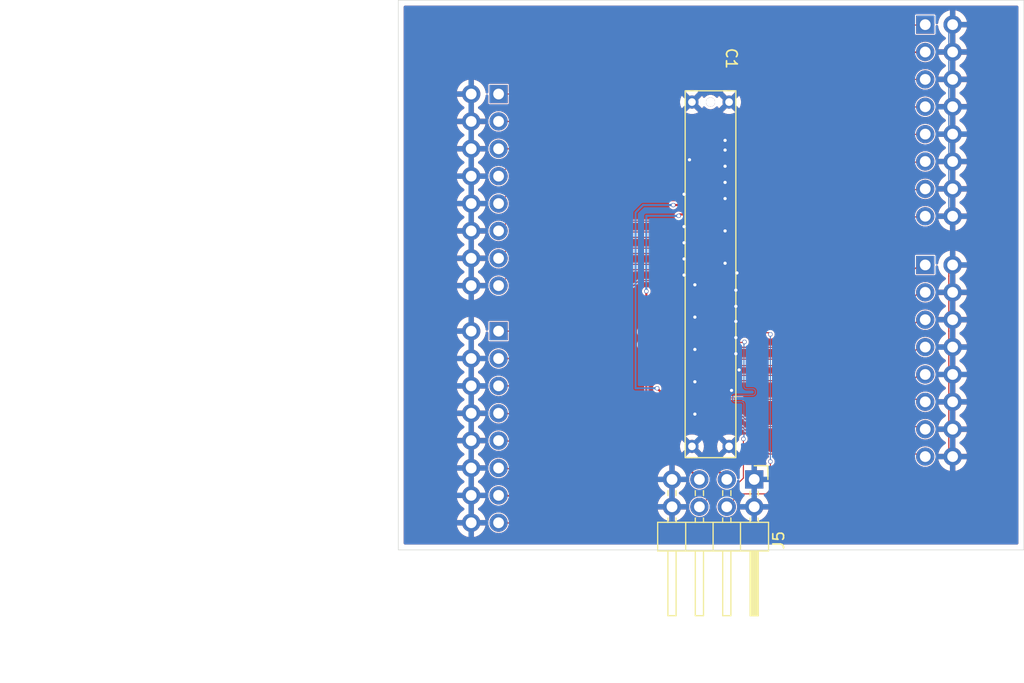
<source format=kicad_pcb>
(kicad_pcb (version 20240108) (generator "pcbnew") (generator_version "8.0")
  (layers (0 "F.Cu" signal) (31 "B.Cu" signal) (34 "B.Paste" user) (35 "F.Paste" user) (36 "B.SilkS" user "B.Silkscreen") (37 "F.SilkS" user "F.Silkscreen") (38 "B.Mask" user) (39 "F.Mask" user) (44 "Edge.Cuts" user))
  (net 0 "")
  (net 1 "D2")
  (net 2 "GND")
  (net 3 "D20")
  (net 4 "D13")
  (net 5 "D24")
  (net 6 "D9")
  (net 7 "D31")
  (net 8 "D17")
  (net 9 "D22")
  (net 10 "CK1-")
  (net 11 "D16")
  (net 12 "D6")
  (net 13 "D3")
  (net 14 "D28")
  (net 15 "D5")
  (net 16 "D19")
  (net 17 "D4")
  (net 18 "D12")
  (net 19 "D14")
  (net 20 "D29")
  (net 21 "CK2+")
  (net 22 "D15")
  (net 23 "D18")
  (net 24 "D0")
  (net 25 "D8")
  (net 26 "D1")
  (net 27 "D10")
  (net 28 "D21")
  (net 29 "D26")
  (net 30 "D7")
  (net 31 "D30")
  (net 32 "D25")
  (net 33 "CK2-")
  (net 34 "D11")
  (net 35 "D27")
  (net 36 "CK1+")
  (net 37 "D23")
  (footprint "Tek:P9660" (layer "F.Cu") (at 71.3 37.4 -90)
    (property "Reference" "C1")
    (property "Value" "~")
  )
  (footprint "Connector_PinHeader_2.54mm:PinHeader_2x08_P2.54mm_Vertical" (layer "F.Cu") (at 88.86 31.26)
    (property "Reference" "J3" (hide yes))
    (property "Value" "Conn_02x08_Counter_Clockwise" (hide yes))
  )
  (footprint "Connector_PinHeader_2.54mm:PinHeader_2x04_P2.54mm_Horizontal" (layer "F.Cu") (at 73 73.46 -90)
    (property "Reference" "J5")
    (property "Value" "Conn_02x04_Counter_Clockwise")
  )
  (footprint "Connector_PinHeader_2.54mm:PinHeader_2x08_P2.54mm_Vertical" (layer "F.Cu") (at 88.86 53.56)
    (property "Reference" "J4" (hide yes))
    (property "Value" "Conn_02x08_Counter_Clockwise" (hide yes))
  )
  (footprint "Connector_PinHeader_2.54mm:PinHeader_2x08_P2.54mm_Vertical" (layer "B.Cu") (at 49.3 37.7 180)
    (property "Reference" "J1" (hide yes))
    (property "Value" "Conn_02x08_Counter_Clockwise" (hide yes))
  )
  (footprint "Connector_PinHeader_2.54mm:PinHeader_2x08_P2.54mm_Vertical" (layer "B.Cu") (at 49.3 59.7 180)
    (property "Reference" "J2" (hide yes))
    (property "Value" "Conn_02x08_Counter_Clockwise")
  )
  (gr_rect (start 40 29) (end 98 80) (stroke (width 0.05)) (fill none) (layer "Edge.Cuts"))
  (segment (start 52.628923 42.78) (end 52.732923 42.78) (width 0.1) (layer "F.Cu") (net 1))
  (segment (start 49.3 42.78) (end 51.172923 42.78) (width 0.1) (layer "F.Cu") (net 1))
  (segment (start 51.380923 42.572) (end 51.380923 41.998) (width 0.1) (layer "F.Cu") (net 1))
  (segment (start 51.900923 41.998) (end 51.900923 42.572) (width 0.1) (layer "F.Cu") (net 1))
  (segment (start 53.418964 42.78) (end 65.78 42.78) (width 0.1) (layer "F.Cu") (net 1))
  (segment (start 52.732923 42.78) (end 53.418964 42.78) (width 0.1) (layer "F.Cu") (net 1))
  (segment (start 52.108923 43.77) (end 52.212923 43.77) (width 0.1) (layer "F.Cu") (net 1))
  (segment (start 65.78 42.78) (end 65.9 42.9) (width 0.1) (layer "F.Cu") (net 1))
  (segment (start 65.9 42.9) (end 68.9 42.9) (width 0.1) (layer "F.Cu") (net 1))
  (segment (start 51.900923 42.572) (end 51.900923 43.562) (width 0.1) (layer "F.Cu") (net 1))
  (segment (start 69.249957 42.755043) (end 69.585 42.42) (width 0.1) (layer "F.Cu") (net 1))
  (segment (start 52.420923 43.562) (end 52.420923 42.988) (width 0.1) (layer "F.Cu") (net 1))
  (segment (start 51.588923 41.79) (end 51.692923 41.79) (width 0.1) (layer "F.Cu") (net 1))
  (arc (start 52.420923 42.988) (mid 52.481845 42.840922) (end 52.628923 42.78) (width 0.1) (layer "F.Cu") (net 1))
  (arc (start 51.900923 43.562) (mid 51.961845 43.709078) (end 52.108923 43.77) (width 0.1) (layer "F.Cu") (net 1))
  (arc (start 51.172923 42.78) (mid 51.320001 42.719078) (end 51.380923 42.572) (width 0.1) (layer "F.Cu") (net 1))
  (arc (start 68.9 42.9) (mid 69.089395 42.862327) (end 69.249957 42.755043) (width 0.1) (layer "F.Cu") (net 1))
  (arc (start 52.212923 43.77) (mid 52.360001 43.709078) (end 52.420923 43.562) (width 0.1) (layer "F.Cu") (net 1))
  (arc (start 51.692923 41.79) (mid 51.840001 41.850922) (end 51.900923 41.998) (width 0.1) (layer "F.Cu") (net 1))
  (arc (start 51.380923 41.998) (mid 51.441845 41.850922) (end 51.588923 41.79) (width 0.1) (layer "F.Cu") (net 1))
  (segment (start 67.5 64.4) (end 67.49829 64.4) (width 0.1) (layer "F.Cu") (net 2))
  (segment (start 67.49829 64.4) (end 67.49829 61.4) (width 0.1) (layer "F.Cu") (net 2))
  (segment (start 68.89829 63.9) (end 69.849762 63.9) (width 0.1) (layer "F.Cu") (net 2))
  (segment (start 67.5 58.4) (end 68.165006 58.4) (width 0.1) (layer "F.Cu") (net 2))
  (segment (start 68.21329 64.38) (end 68.548333 64.044957) (width 0.1) (layer "F.Cu") (net 2))
  (segment (start 69.585 65.415) (end 70.685 65.415) (width 0.1) (layer "F.Cu") (net 2))
  (segment (start 67.948528 52.4) (end 68.198127 52.4) (width 0.1) (layer "F.Cu") (net 2))
  (segment (start 70.3 47.4) (end 70.3 50.4) (width 0.1) (layer "F.Cu") (net 2))
  (segment (start 68.99829 54.9) (end 69.849762 54.9) (width 0.1) (layer "F.Cu") (net 2))
  (segment (start 68.89829 60.9) (end 68.99829 60.9) (width 0.1) (layer "F.Cu") (net 2))
  (segment (start 68.8 53.9) (end 67.948528 53.9) (width 0.1) (layer "F.Cu") (net 2))
  (segment (start 91.03829 63.48) (end 91.03829 59.7) (width 0.1) (layer "F.Cu") (net 2))
  (segment (start 91.03829 59.7) (end 91.03829 54.6) (width 0.1) (layer "F.Cu") (net 2))
  (segment (start 69.48329 62.38) (end 69.615276 62.377842) (width 0.1) (layer "F.Cu") (net 2))
  (segment (start 70.3 45.9) (end 70.3 47.4) (width 0.1) (layer "F.Cu") (net 2))
  (segment (start 69.585 50.42) (end 69.249957 50.755043) (width 0.1) (layer "F.Cu") (net 2))
  (segment (start 70.3 44.4) (end 70.3 42.9) (width 0.1) (layer "F.Cu") (net 2))
  (segment (start 67.49829 67.4) (end 67.5 67.4) (width 0.1) (layer "F.Cu") (net 2))
  (segment (start 68.8 50.9) (end 67.948528 50.9) (width 0.1) (layer "F.Cu") (net 2))
  (segment (start 68.315 46.42) (end 68.183014 46.422158) (width 0.1) (layer "F.Cu") (net 2))
  (segment (start 69.585 41.42) (end 69.42 41.42) (width 0.1) (layer "F.Cu") (net 2))
  (segment (start 68.88 46.42) (end 69.4 45.9) (width 0.1) (layer "F.Cu") (net 2))
  (segment (start 68.21329 67.38) (end 68.37829 67.38) (width 0.1) (layer "F.Cu") (net 2))
  (segment (start 91.03829 54.6) (end 91.03829 53.32) (width 0.1) (layer "F.Cu") (net 2))
  (segment (start 70.3 42.9) (end 70.3 42.4) (width 0.1) (layer "F.Cu") (net 2))
  (segment (start 68.89829 57.9) (end 68.99829 57.9) (width 0.1) (layer "F.Cu") (net 2))
  (segment (start 68.89829 54.9) (end 68.99829 54.9) (width 0.1) (layer "F.Cu") (net 2))
  (segment (start 70.3 50.4) (end 70.3 53.4) (width 0.1) (layer "F.Cu") (net 2))
  (segment (start 69.849762 62.4) (end 69.600163 62.4) (width 0.1) (layer "F.Cu") (net 2))
  (segment (start 46.76 54.2) (end 46.76 55.48) (width 0.1) (layer "F.Cu") (net 2))
  (segment (start 70.3 44.4) (end 70.3 45.9) (width 0.1) (layer "F.Cu") (net 2))
  (segment (start 69.395016 42.9) (end 70.3 42.9) (width 0.1) (layer "F.Cu") (net 2))
  (segment (start 69.633284 44.4) (end 70.3 44.4) (width 0.1) (layer "F.Cu") (net 2))
  (segment (start 67.5 67.4) (end 68.165006 67.4) (width 0.1) (layer "F.Cu") (net 2))
  (segment (start 70.3 42) (end 70.3 41.4) (width 0.1) (layer "F.Cu") (net 2))
  (segment (start 69.849762 59.4) (end 69.600163 59.4) (width 0.1) (layer "F.Cu") (net 2))
  (segment (start 67.49829 58.4) (end 67.49829 55.4) (width 0.1) (layer "F.Cu") (net 2))
  (segment (start 70.3 50.4) (end 69.633284 50.4) (width 0.1) (layer "F.Cu") (net 2))
  (segment (start 69.585 41.42) (end 69.585 41.4) (width 0.1) (layer "F.Cu") (net 2))
  (segment (start 68.8 47.9) (end 67.948528 47.9) (width 0.1) (layer "F.Cu") (net 2))
  (segment (start 67.5 55.4) (end 68.165006 55.4) (width 0.1) (layer "F.Cu") (net 2))
  (segment (start 68.21329 55.38) (end 68.548333 55.044957) (width 0.1) (layer "F.Cu") (net 2))
  (segment (start 70.685 65.415) (end 70.9 65.2) (width 0.1) (layer "F.Cu") (net 2))
  (segment (start 68.9 53.9) (end 68.8 53.9) (width 0.1) (layer "F.Cu") (net 2))
  (segment (start 67.5 61.4) (end 68.165006 61.4) (width 0.1) (layer "F.Cu") (net 2))
  (segment (start 46.76 45.32) (end 46.76 49.1) (width 0.1) (layer "F.Cu") (net 2))
  (segment (start 68.99829 60.9) (end 69.849762 60.9) (width 0.1) (layer "F.Cu") (net 2))
  (segment (start 68.406913 67.186378) (end 68.21329 67.38) (width 0.1) (layer "F.Cu") (net 2))
  (segment (start 68.21329 58.38) (end 68.548333 58.044957) (width 0.1) (layer "F.Cu") (net 2))
  (segment (start 69.585 53.42) (end 69.249957 53.755043) (width 0.1) (layer "F.Cu") (net 2))
  (segment (start 70.3 47.4) (end 69.633284 47.4) (width 0.1) (layer "F.Cu") (net 2))
  (segment (start 70.3 42.4) (end 70.3 42) (width 0.1) (layer "F.Cu") (net 2))
  (segment (start 46.76 45.32) (end 46.76 37.7) (width 0.1) (layer "F.Cu") (net 2))
  (segment (start 68.9 50.9) (end 68.8 50.9) (width 0.1) (layer "F.Cu") (net 2))
  (segment (start 67.948528 49.4) (end 68.198127 49.4) (width 0.1) (layer "F.Cu") (net 2))
  (segment (start 67.49829 55.4) (end 67.5 55.4) (width 0.1) (layer "F.Cu") (net 2))
  (segment (start 68.165006 64.4) (end 67.5 64.4) (width 0.1) (layer "F.Cu") (net 2))
  (segment (start 67.948528 46.4) (end 68.198127 46.4) (width 0.1) (layer "F.Cu") (net 2))
  (segment (start 68.875016 43.42) (end 69.395016 42.9) (width 0.1) (layer "F.Cu") (net 2))
  (segment (start 68.315 43.42) (end 68.875016 43.42) (width 0.1) (layer "F.Cu") (net 2))
  (segment (start 91.03829 63.48) (end 91.03829 71.1) (width 0.1) (layer "F.Cu") (net 2))
  (segment (start 69.391377 41.613622) (end 69.585 41.42) (width 0.1) (layer "F.Cu") (net 2))
  (segment (start 67.49829 61.4) (end 67.49829 58.4) (width 0.1) (layer "F.Cu") (net 2))
  (segment (start 68.21329 67.38) (end 68.21329 67.4) (width 0.1) (layer "F.Cu") (net 2))
  (segment (start 70.3 53.4) (end 69.633284 53.4) (width 0.1) (layer "F.Cu") (net 2))
  (segment (start 69.585 65.42) (end 69.585 65.415) (width 0.1) (layer "F.Cu") (net 2))
  (segment (start 68.21329 61.38) (end 68.548333 61.044957) (width 0.1) (layer "F.Cu") (net 2))
  (segment (start 46.76 49.1) (end 46.76 54.2) (width 0.1) (layer "F.Cu") (net 2))
  (segment (start 67.49829 64.4) (end 67.49829 67.4) (width 0.1) (layer "F.Cu") (net 2))
  (segment (start 67.49829 61.4) (end 67.5 61.4) (width 0.1) (layer "F.Cu") (net 2))
  (segment (start 68.99829 57.9) (end 69.849762 57.9) (width 0.1) (layer "F.Cu") (net 2))
  (segment (start 68.315 46.42) (end 68.88 46.42) (width 0.1) (layer "F.Cu") (net 2))
  (segment (start 68.9 47.9) (end 68.8 47.9) (width 0.1) (layer "F.Cu") (net 2))
  (segment (start 67.49829 58.4) (end 67.5 58.4) (width 0.1) (layer "F.Cu") (net 2))
  (segment (start 69.4 45.9) (end 70.3 45.9) (width 0.1) (layer "F.Cu") (net 2))
  (segment (start 69.849762 56.4) (end 69.600163 56.4) (width 0.1) (layer "F.Cu") (net 2))
  (segment (start 70.3 41.4) (end 69.633284 41.4) (width 0.1) (layer "F.Cu") (net 2))
  (segment (start 69.585 47.42) (end 69.249957 47.755043) (width 0.1) (layer "F.Cu") (net 2))
  (via (at 67.5 64.4) (size 0.4) (drill 0.3) (layers "F.Cu" "B.Cu") (net 2))
  (via (at 66.5 50) (size 0.4) (drill 0.3) (layers "F.Cu" "B.Cu") (net 2))
  (via (at 70.3 53.4) (size 0.4) (drill 0.3) (layers "F.Cu" "B.Cu") (net 2))
  (via (at 71.3 61.8) (size 0.4) (drill 0.3) (layers "F.Cu" "B.Cu") (net 2))
  (via (at 70.3 44.4) (size 0.4) (drill 0.3) (layers "F.Cu" "B.Cu") (net 2))
  (via (at 66.5 54.5) (size 0.4) (drill 0.3) (layers "F.Cu" "B.Cu") (net 2))
  (via (at 70.3 50.4) (size 0.4) (drill 0.3) (layers "F.Cu" "B.Cu") (net 2))
  (via (at 66.5 47) (size 0.4) (drill 0.3) (layers "F.Cu" "B.Cu") (net 2))
  (via (at 70.3 42) (size 0.4) (drill 0.3) (layers "F.Cu" "B.Cu") (net 2))
  (via (at 70.3 42.9) (size 0.4) (drill 0.3) (layers "F.Cu" "B.Cu") (net 2))
  (via (at 67 43.8) (size 0.4) (drill 0.3) (layers "F.Cu" "B.Cu") (net 2))
  (via (at 67.5 55.4) (size 0.4) (drill 0.3) (layers "F.Cu" "B.Cu") (net 2))
  (via (at 71.3 55.9) (size 0.4) (drill 0.3) (layers "F.Cu" "B.Cu") (net 2))
  (via (at 70.3 47.4) (size 0.4) (drill 0.3) (layers "F.Cu" "B.Cu") (net 2))
  (via (at 67.5 67.4) (size 0.4) (drill 0.3) (layers "F.Cu" "B.Cu") (net 2))
  (via (at 70.3 45.9) (size 0.4) (drill 0.3) (layers "F.Cu" "B.Cu") (net 2))
  (via (at 71.3 57.4) (size 0.4) (drill 0.3) (layers "F.Cu" "B.Cu") (net 2))
  (via (at 71.3 60.3) (size 0.4) (drill 0.3) (layers "F.Cu" "B.Cu") (net 2))
  (via (at 67.5 58.4) (size 0.4) (drill 0.3) (layers "F.Cu" "B.Cu") (net 2))
  (via (at 71.6 63.3) (size 0.4) (drill 0.3) (layers "F.Cu" "B.Cu") (net 2))
  (via (at 70.9 65.2) (size 0.4) (drill 0.3) (layers "F.Cu" "B.Cu") (net 2))
  (via (at 66.5 53) (size 0.4) (drill 0.3) (layers "F.Cu" "B.Cu") (net 2))
  (via (at 66.5 51.5) (size 0.4) (drill 0.3) (layers "F.Cu" "B.Cu") (net 2))
  (via (at 71.3 58.8) (size 0.4) (drill 0.3) (layers "F.Cu" "B.Cu") (net 2))
  (via (at 71.4 54.3) (size 0.4) (drill 0.3) (layers "F.Cu" "B.Cu") (net 2))
  (via (at 67.5 61.4) (size 0.4) (drill 0.3) (layers "F.Cu" "B.Cu") (net 2))
  (arc (start 68.548333 58.044957) (mid 68.708895 57.937673) (end 68.89829 57.9) (width 0.1) (layer "F.Cu") (net 2))
  (arc (start 68.548333 64.044957) (mid 68.708895 63.937673) (end 68.89829 63.9) (width 0.1) (layer "F.Cu") (net 2))
  (arc (start 69.849762 62.4) (mid 70.633699 62.244065) (end 71.3 61.8) (width 0.1) (layer "F.Cu") (net 2))
  (arc (start 69.249957 47.755043) (mid 69.089395 47.862327) (end 68.9 47.9) (width 0.1) (layer "F.Cu") (net 2))
  (arc (start 46.8 37.796568) (mid 46.789604 37.744306) (end 46.76 37.7) (width 0.1) (layer "F.Cu") (net 2))
  (arc (start 67.948528 53.9) (mid 67.164591 54.055935) (end 66.5 54.5) (width 0.1) (layer "F.Cu") (net 2))
  (arc (start 67.948528 49.4) (mid 67.164591 49.555935) (end 66.5 50) (width 0.1) (layer "F.Cu") (net 2))
  (arc (start 69.849762 54.9) (mid 70.633699 54.744065) (end 71.4 54.3) (width 0.1) (layer "F.Cu") (net 2))
  (arc (start 71.3 57.4) (mid 70.633699 57.744065) (end 71.29829 57.3) (width 0.1) (layer "F.Cu") (net 2))
  (arc (start 71.6 63.3) (mid 71.409055 63.225989) (end 71.539711 63.2) (width 0.1) (layer "F.Cu") (net 2))
  (arc (start 68.165006 55.4) (mid 68.191137 55.394802) (end 68.21329 55.38) (width 0.1) (layer "F.Cu") (net 2))
  (arc (start 68.21329 64.38) (mid 68.191137 64.394802) (end 68.165006 64.4) (width 0.1) (layer "F.Cu") (net 2))
  (arc (start 71.3 60.3) (mid 70.633699 60.744065) (end 71.29829 60.3) (width 0.1) (layer "F.Cu") (net 2))
  (arc (start 71.4 54.3) (mid 70.633699 54.744065) (end 71.29829 54.3) (width 0.1) (layer "F.Cu") (net 2))
  (arc (start 67.948528 47.9) (mid 67.164591 48.055935) (end 66.5 48.5) (width 0.1) (layer "F.Cu") (net 2))
  (arc (start 69.249957 50.755043) (mid 69.089395 50.862327) (end 68.9 50.9) (width 0.1) (layer "F.Cu") (net 2))
  (arc (start 68.165006 61.4) (mid 68.191137 61.394802) (end 68.21329 61.38) (width 0.1) (layer "F.Cu") (net 2))
  (arc (start 68.165006 67.4) (mid 68.191137 67.394802) (end 68.21329 67.38) (width 0.1) (layer "F.Cu") (net 2))
  (arc (start 67.948528 46.4) (mid 67.164591 46.555935) (end 66.5 47) (width 0.1) (layer "F.Cu") (net 2))
  (arc (start 68.165006 58.4) (mid 68.191137 58.394802) (end 68.21329 58.38) (width 0.1) (layer "F.Cu") (net 2))
  (arc (start 68.348528 43.4) (mid 67.630421 43.529981) (end 67.003448 43.903448) (width 0.1) (layer "F.Cu") (net 2))
  (arc (start 90.99829 68.656568) (mid 91.008686 68.604306) (end 91.03829 68.56) (width 0.1) (layer "F.Cu") (net 2))
  (arc (start 71.29829 63.3) (mid 71.409055 63.225989) (end 71.6 63.3) (width 0.1) (layer "F.Cu") (net 2))
  (arc (start 69.633284 53.4) (mid 69.607153 53.405198) (end 69.585 53.42) (width 0.1) (layer "F.Cu") (net 2))
  (arc (start 90.99829 71.003432) (mid 91.008686 71.055694) (end 91.03829 71.1) (width 0.1) (layer "F.Cu") (net 2))
  (arc (start 69.849762 59.4) (mid 70.633699 59.244065) (end 71.3 58.8) (width 0.1) (layer "F.Cu") (net 2))
  (arc (start 70.67 38.445) (mid 70.617625 38.708306) (end 70.468475 38.931526) (width 0.1) (layer "F.Cu") (net 2))
  (arc (start 71.3 58.8) (mid 70.633699 59.244065) (end 71.29829 58.8) (width 0.1) (layer "F.Cu") (net 2))
  (arc (start 68.548333 61.044957) (mid 68.708895 60.937673) (end 68.89829 60.9) (width 0.1) (layer "F.Cu") (net 2))
  (arc (start 71.3 55.9) (mid 70.633699 56.244065) (end 71.29829 55.8) (width 0.1) (layer "F.Cu") (net 2))
  (arc (start 67.12829 70.355) (mid 67.180665 70.091694) (end 67.329815 69.868474) (width 0.1) (layer "F.Cu") (net 2))
  (arc (start 69.633284 41.4) (mid 69.607153 41.405198) (end 69.585 41.42) (width 0.1) (layer "F.Cu") (net 2))
  (arc (start 69.633284 50.4) (mid 69.607153 50.405198) (end 69.585 50.42) (width 0.1) (layer "F.Cu") (net 2))
  (arc (start 69.849762 60.9) (mid 70.633699 60.744065) (end 71.3 60.3) (width 0.1) (layer "F.Cu") (net 2))
  (arc (start 69.849762 63.9) (mid 70.633699 63.744065) (end 71.29829 63.3) (width 0.1) (layer "F.Cu") (net 2))
  (arc (start 69.849762 57.9) (mid 70.633699 57.744065) (end 71.3 57.4) (width 0.1) (layer "F.Cu") (net 2))
  (arc (start 69.849762 56.4) (mid 70.633699 56.244065) (end 71.3 55.9) (width 0.1) (layer "F.Cu") (net 2))
  (arc (start 68.548333 55.044957) (mid 68.708895 54.937673) (end 68.89829 54.9) (width 0.1) (layer "F.Cu") (net 2))
  (arc (start 90.99829 65.923432) (mid 91.008686 65.975694) (end 91.03829 66.02) (width 0.1) (layer "F.Cu") (net 2))
  (arc (start 69.249957 53.755043) (mid 69.089395 53.862327) (end 68.9 53.9) (width 0.1) (layer "F.Cu") (net 2))
  (arc (start 46.8 42.876568) (mid 46.789604 42.824306) (end 46.76 42.78) (width 0.1) (layer "F.Cu") (net 2))
  (arc (start 71.3 61.8) (mid 70.633699 62.244065) (end 71.29829 61.8) (width 0.1) (layer "F.Cu") (net 2))
  (arc (start 69.585 44.42) (mid 69.607153 44.405198) (end 69.633284 44.4) (width 0.1) (layer "F.Cu") (net 2))
  (arc (start 67.948528 50.9) (mid 67.164591 51.055935) (end 66.5 51.5) (width 0.1) (layer "F.Cu") (net 2))
  (arc (start 46.8 40.143432) (mid 46.789604 40.195694) (end 46.76 40.24) (width 0.1) (layer "F.Cu") (net 2))
  (arc (start 67.948528 52.4) (mid 67.164591 52.555935) (end 66.5 53) (width 0.1) (layer "F.Cu") (net 2))
  (arc (start 69.633284 47.4) (mid 69.607153 47.405198) (end 69.585 47.42) (width 0.1) (layer "F.Cu") (net 2))
  (segment (start 46.76 59.7) (end 46.76 77.48) (width 0.1) (layer "B.Cu") (net 2))
  (segment (start 91.03829 49.1) (end 91.03829 31.32) (width 0.1) (layer "B.Cu") (net 2))
  (segment (start 81.39829 47) (end 81.39829 53.5) (width 0.1) (layer "F.Cu") (net 3))
  (segment (start 88.51829 41.44) (end 86.95829 41.44) (width 0.1) (layer "F.Cu") (net 3))
  (segment (start 84.031991 44.366299) (end 81.39829 47) (width 0.1) (layer "F.Cu") (net 3))
  (segment (start 78.09829 56.8) (end 71.29829 56.8) (width 0.1) (layer "F.Cu") (net 3))
  (segment (start 84.408199 43.99009) (end 84.031991 44.366299) (width 0.1) (layer "F.Cu") (net 3))
  (segment (start 85.249656 44.322428) (end 84.832462 43.905234) (width 0.1) (layer "F.Cu") (net 3))
  (segment (start 85.087025 43.311269) (end 85.087023 43.311267) (width 0.1) (layer "F.Cu") (net 3))
  (segment (start 86.522451 43.389047) (end 86.437597 43.4739) (width 0.1) (layer "F.Cu") (net 3))
  (segment (start 85.511287 42.887003) (end 84.924389 42.300105) (width 0.1) (layer "F.Cu") (net 3))
  (segment (start 86.95829 41.44) (end 86.105258 42.293032) (width 0.1) (layer "F.Cu") (net 3))
  (segment (start 81.39829 53.5) (end 78.09829 56.8) (width 0.1) (layer "F.Cu") (net 3))
  (segment (start 86.098185 43.4739) (end 85.680991 43.056706) (width 0.1) (layer "F.Cu") (net 3))
  (segment (start 84.584978 42.300105) (end 84.500126 42.384958) (width 0.1) (layer "F.Cu") (net 3))
  (segment (start 85.087023 43.311267) (end 85.256728 43.480972) (width 0.1) (layer "F.Cu") (net 3))
  (segment (start 85.511286 42.887001) (end 85.511287 42.887003) (width 0.1) (layer "F.Cu") (net 3))
  (segment (start 69.849762 57.4) (end 69.600163 57.4) (width 0.1) (layer "F.Cu") (net 3))
  (segment (start 85.680991 43.056706) (end 85.511286 42.887001) (width 0.1) (layer "F.Cu") (net 3))
  (segment (start 86.105257 42.632444) (end 86.52245 43.049637) (width 0.1) (layer "F.Cu") (net 3))
  (segment (start 84.49305 43.905235) (end 84.408199 43.99009) (width 0.1) (layer "F.Cu") (net 3))
  (segment (start 85.67392 44.237577) (end 85.589068 44.322428) (width 0.1) (layer "F.Cu") (net 3))
  (segment (start 85.256728 43.480972) (end 85.673921 43.898165) (width 0.1) (layer "F.Cu") (net 3))
  (segment (start 84.500126 42.72437) (end 85.087025 43.311269) (width 0.1) (layer "F.Cu") (net 3))
  (arc (start 86.437597 43.4739) (mid 86.267892 43.544194) (end 86.098185 43.4739) (width 0.1) (layer "F.Cu") (net 3))
  (arc (start 85.589068 44.322428) (mid 85.419361 44.392724) (end 85.249656 44.322428) (width 0.1) (layer "F.Cu") (net 3))
  (arc (start 84.500126 42.384958) (mid 84.429831 42.554664) (end 84.500126 42.72437) (width 0.1) (layer "F.Cu") (net 3))
  (arc (start 84.832462 43.905234) (mid 84.662757 43.834939) (end 84.49305 43.905235) (width 0.1) (layer "F.Cu") (net 3))
  (arc (start 71.29829 56.8) (mid 70.633699 57.244065) (end 69.849762 57.4) (width 0.1) (layer "F.Cu") (net 3))
  (arc (start 84.924389 42.300105) (mid 84.754683 42.229811) (end 84.584978 42.300105) (width 0.1) (layer "F.Cu") (net 3))
  (arc (start 86.105258 42.293032) (mid 86.034963 42.462738) (end 86.105257 42.632444) (width 0.1) (layer "F.Cu") (net 3))
  (arc (start 85.673921 43.898165) (mid 85.744215 44.067871) (end 85.67392 44.237577) (width 0.1) (layer "F.Cu") (net 3))
  (arc (start 86.52245 43.049637) (mid 86.592744 43.219343) (end 86.522451 43.389047) (width 0.1) (layer "F.Cu") (net 3))
  (segment (start 68.8 52.9) (end 67.948528 52.9) (width 0.1) (layer "F.Cu") (net 4))
  (segment (start 51.267728 70.759481) (end 51.35258 70.67463) (width 0.1) (layer "F.Cu") (net 4))
  (segment (start 50.84 72.46) (end 51.564711 71.735289) (width 0.1) (layer "F.Cu") (net 4))
  (segment (start 52.54052 69.826102) (end 52.837505 70.123087) (width 0.1) (layer "F.Cu") (net 4))
  (segment (start 51.988977 70.971615) (end 52.158683 71.141321) (width 0.1) (layer "F.Cu") (net 4))
  (segment (start 53.049634 71.183744) (end 52.582943 70.717053) (width 0.1) (layer "F.Cu") (net 4))
  (segment (start 51.691992 70.67463) (end 51.988977 70.971615) (width 0.1) (layer "F.Cu") (net 4))
  (segment (start 53.261769 70.038232) (end 53.482928 69.817072) (width 0.1) (layer "F.Cu") (net 4))
  (segment (start 68.9 52.9) (end 68.8 52.9) (width 0.1) (layer "F.Cu") (net 4))
  (segment (start 58.8 55.6) (end 60.900016 53.499984) (width 0.1) (layer "F.Cu") (net 4))
  (segment (start 60.900016 53.499984) (end 66.5 53.499984) (width 0.1) (layer "F.Cu") (net 4))
  (segment (start 52.116256 69.910953) (end 52.201108 69.826102) (width 0.1) (layer "F.Cu") (net 4))
  (segment (start 53.176917 70.123087) (end 53.261769 70.038232) (width 0.1) (layer "F.Cu") (net 4))
  (segment (start 52.582943 70.717053) (end 52.582945 70.717055) (width 0.1) (layer "F.Cu") (net 4))
  (segment (start 69.585 52.42) (end 69.249957 52.755043) (width 0.1) (layer "F.Cu") (net 4))
  (segment (start 52.41324 70.54735) (end 52.116255 70.250365) (width 0.1) (layer "F.Cu") (net 4))
  (segment (start 52.158683 71.141321) (end 52.158681 71.141319) (width 0.1) (layer "F.Cu") (net 4))
  (segment (start 52.582945 70.717055) (end 52.41324 70.54735) (width 0.1) (layer "F.Cu") (net 4))
  (segment (start 58.8 64.5) (end 58.8 55.6) (width 0.1) (layer "F.Cu") (net 4))
  (segment (start 51.564712 71.395877) (end 51.267728 71.098893) (width 0.1) (layer "F.Cu") (net 4))
  (segment (start 52.964782 71.608009) (end 53.049634 71.523156) (width 0.1) (layer "F.Cu") (net 4))
  (segment (start 53.482928 69.817072) (end 58.8 64.5) (width 0.1) (layer "F.Cu") (net 4))
  (segment (start 52.158681 71.141319) (end 52.625371 71.608009) (width 0.1) (layer "F.Cu") (net 4))
  (segment (start 49.28 72.46) (end 50.84 72.46) (width 0.1) (layer "F.Cu") (net 4))
  (arc (start 51.267728 71.098893) (mid 51.197432 70.929188) (end 51.267728 70.759481) (width 0.1) (layer "F.Cu") (net 4))
  (arc (start 52.201108 69.826102) (mid 52.370815 69.755806) (end 52.54052 69.826102) (width 0.1) (layer "F.Cu") (net 4))
  (arc (start 67.948528 52.9) (mid 67.164591 53.055935) (end 66.5 53.5) (width 0.1) (layer "F.Cu") (net 4))
  (arc (start 52.116255 70.250365) (mid 52.045961 70.080659) (end 52.116256 69.910953) (width 0.1) (layer "F.Cu") (net 4))
  (arc (start 69.249957 52.755043) (mid 69.089395 52.862327) (end 68.9 52.9) (width 0.1) (layer "F.Cu") (net 4))
  (arc (start 51.564711 71.735289) (mid 51.635006 71.565583) (end 51.564712 71.395877) (width 0.1) (layer "F.Cu") (net 4))
  (arc (start 52.625371 71.608009) (mid 52.795077 71.678303) (end 52.964782 71.608009) (width 0.1) (layer "F.Cu") (net 4))
  (arc (start 53.049634 71.523156) (mid 53.119929 71.35345) (end 53.049634 71.183744) (width 0.1) (layer "F.Cu") (net 4))
  (arc (start 51.35258 70.67463) (mid 51.522287 70.604334) (end 51.691992 70.67463) (width 0.1) (layer "F.Cu") (net 4))
  (arc (start 52.837505 70.123087) (mid 53.007212 70.193381) (end 53.176917 70.123087) (width 0.1) (layer "F.Cu") (net 4))
  (segment (start 69.849762 61.9) (end 68.89829 61.9) (width 0.1) (layer "F.Cu") (net 5))
  (segment (start 88.49829 53.32) (end 80.61829 61.2) (width 0.1) (layer "F.Cu") (net 5))
  (segment (start 71.39829 61.2) (end 71.29829 61.3) (width 0.1) (layer "F.Cu") (net 5))
  (segment (start 80.61829 61.2) (end 71.39829 61.2) (width 0.1) (layer "F.Cu") (net 5))
  (segment (start 68.548333 62.044957) (end 68.21329 62.38) (width 0.1) (layer "F.Cu") (net 5))
  (arc (start 68.89829 61.9) (mid 68.708895 61.937673) (end 68.548333 62.044957) (width 0.1) (layer "F.Cu") (net 5))
  (arc (start 71.29829 61.3) (mid 70.633699 61.744065) (end 69.849762 61.9) (width 0.1) (layer "F.Cu") (net 5))
  (segment (start 53.990021 60.156495) (end 53.636467 59.802941) (width 0.1) (layer "F.Cu") (net 6))
  (segment (start 52.618233 60.481763) (end 52.618235 60.481765) (width 0.1) (layer "F.Cu") (net 6))
  (segment (start 53.042501 60.057503) (end 53.042499 60.057501) (width 0.1) (layer "F.Cu") (net 6))
  (segment (start 67.948528 49.9) (end 68.9 49.9) (width 0.1) (layer "F.Cu") (net 6))
  (segment (start 51.246447 60.467625) (end 51.331301 60.382772) (width 0.1) (layer "F.Cu") (net 6))
  (segment (start 53.141493 61.005023) (end 52.618233 60.481763) (width 0.1) (layer "F.Cu") (net 6))
  (segment (start 52.618235 60.481765) (end 52.094976 59.958506) (width 0.1) (layer "F.Cu") (net 6))
  (segment (start 49.44 62.1) (end 49.3 62.24) (width 0.1) (layer "F.Cu") (net 6))
  (segment (start 52.094977 59.619094) (end 52.179829 59.534243) (width 0.1) (layer "F.Cu") (net 6))
  (segment (start 53.721321 59.378678) (end 53.9 59.2) (width 0.1) (layer "F.Cu") (net 6))
  (segment (start 69.249957 49.755043) (end 69.585 49.42) (width 0.1) (layer "F.Cu") (net 6))
  (segment (start 51.670713 60.382772) (end 52.024267 60.736326) (width 0.1) (layer "F.Cu") (net 6))
  (segment (start 53.9 59.2) (end 53.9 59.012601) (width 0.1) (layer "F.Cu") (net 6))
  (segment (start 50.86 62.24) (end 51.6 61.5) (width 0.1) (layer "F.Cu") (net 6))
  (segment (start 52.024267 60.736326) (end 52.193973 60.906032) (width 0.1) (layer "F.Cu") (net 6))
  (segment (start 53.042499 60.057501) (end 53.212204 60.227206) (width 0.1) (layer "F.Cu") (net 6))
  (segment (start 49.3 62.24) (end 50.86 62.24) (width 0.1) (layer "F.Cu") (net 6))
  (segment (start 53.636467 59.46353) (end 53.721321 59.378678) (width 0.1) (layer "F.Cu") (net 6))
  (segment (start 53.9 59.012601) (end 53.9 54.9) (width 0.1) (layer "F.Cu") (net 6))
  (segment (start 52.193971 60.906029) (end 52.71723 61.429288) (width 0.1) (layer "F.Cu") (net 6))
  (segment (start 53.905169 60.58076) (end 53.990021 60.495907) (width 0.1) (layer "F.Cu") (net 6))
  (segment (start 53.9 54.9) (end 58.3 50.5) (width 0.1) (layer "F.Cu") (net 6))
  (segment (start 53.056641 61.429288) (end 53.141493 61.344435) (width 0.1) (layer "F.Cu") (net 6))
  (segment (start 53.212204 60.227206) (end 53.565758 60.58076) (width 0.1) (layer "F.Cu") (net 6))
  (segment (start 52.519241 59.534243) (end 53.042501 60.057503) (width 0.1) (layer "F.Cu") (net 6))
  (segment (start 52.193973 60.906032) (end 52.193971 60.906029) (width 0.1) (layer "F.Cu") (net 6))
  (segment (start 58.3 50.5) (end 66.5 50.5) (width 0.1) (layer "F.Cu") (net 6))
  (segment (start 51.600001 61.160588) (end 51.246448 60.807035) (width 0.1) (layer "F.Cu") (net 6))
  (arc (start 53.636467 59.802941) (mid 53.566172 59.633236) (end 53.636467 59.46353) (width 0.1) (layer "F.Cu") (net 6))
  (arc (start 51.6 61.5) (mid 51.670295 61.330294) (end 51.600001 61.160588) (width 0.1) (layer "F.Cu") (net 6))
  (arc (start 52.179829 59.534243) (mid 52.349536 59.463947) (end 52.519241 59.534243) (width 0.1) (layer "F.Cu") (net 6))
  (arc (start 53.565758 60.58076) (mid 53.735464 60.651054) (end 53.905169 60.58076) (width 0.1) (layer "F.Cu") (net 6))
  (arc (start 68.9 49.9) (mid 69.089395 49.862327) (end 69.249957 49.755043) (width 0.1) (layer "F.Cu") (net 6))
  (arc (start 51.331301 60.382772) (mid 51.501006 60.312478) (end 51.670713 60.382772) (width 0.1) (layer "F.Cu") (net 6))
  (arc (start 53.990021 60.495907) (mid 54.060316 60.326201) (end 53.990021 60.156495) (width 0.1) (layer "F.Cu") (net 6))
  (arc (start 52.094976 59.958506) (mid 52.024682 59.7888) (end 52.094977 59.619094) (width 0.1) (layer "F.Cu") (net 6))
  (arc (start 53.141493 61.344435) (mid 53.211788 61.174729) (end 53.141493 61.005023) (width 0.1) (layer "F.Cu") (net 6))
  (arc (start 52.71723 61.429288) (mid 52.886936 61.499582) (end 53.056641 61.429288) (width 0.1) (layer "F.Cu") (net 6))
  (arc (start 51.246448 60.807035) (mid 51.176154 60.637329) (end 51.246447 60.467625) (width 0.1) (layer "F.Cu") (net 6))
  (arc (start 66.5 50.5) (mid 67.164591 50.055935) (end 67.948528 49.9) (width 0.1) (layer "F.Cu") (net 6))
  (segment (start 85.23829 70.53) (end 85.23829 71.1) (width 0.1) (layer "F.Cu") (net 7))
  (segment (start 85.23829 71.34) (end 85.23829 71.67) (width 0.1) (layer "F.Cu") (net 7))
  (segment (start 84.03829 70.53) (end 84.03829 70.86) (width 0.1) (layer "F.Cu") (net 7))
  (segment (start 86.725696 71.1) (end 88.49829 71.1) (width 0.1) (layer "F.Cu") (net 7))
  (segment (start 69.48329 67.38) (end 69.518635 67.38) (width 0.1) (layer "F.Cu") (net 7))
  (segment (start 84.03829 71.1) (end 84.03829 71.67) (width 0.1) (layer "F.Cu") (net 7))
  (segment (start 84.87829 70.29) (end 84.99829 70.29) (width 0.1) (layer "F.Cu") (net 7))
  (segment (start 83.43829 70.86) (end 83.43829 70.53) (width 0.1) (layer "F.Cu") (net 7))
  (segment (start 84.63829 71.1) (end 84.63829 70.53) (width 0.1) (layer "F.Cu") (net 7))
  (segment (start 83.67829 70.29) (end 83.79829 70.29) (width 0.1) (layer "F.Cu") (net 7))
  (segment (start 71.29829 67.999984) (end 74.398306 71.1) (width 0.1) (layer "F.Cu") (net 7))
  (segment (start 85.47829 71.91) (end 85.59829 71.91) (width 0.1) (layer "F.Cu") (net 7))
  (segment (start 86.07829 71.1) (end 86.19829 71.1) (width 0.1) (layer "F.Cu") (net 7))
  (segment (start 74.398306 71.1) (end 83.19829 71.1) (width 0.1) (layer "F.Cu") (net 7))
  (segment (start 84.27829 71.91) (end 84.39829 71.91) (width 0.1) (layer "F.Cu") (net 7))
  (segment (start 84.03829 70.86) (end 84.03829 71.1) (width 0.1) (layer "F.Cu") (net 7))
  (segment (start 69.847889 67.4) (end 69.59829 67.4) (width 0.1) (layer "F.Cu") (net 7))
  (segment (start 84.63829 71.67) (end 84.63829 71.1) (width 0.1) (layer "F.Cu") (net 7))
  (segment (start 86.19829 71.1) (end 86.725696 71.1) (width 0.1) (layer "F.Cu") (net 7))
  (segment (start 85.23829 71.1) (end 85.23829 71.34) (width 0.1) (layer "F.Cu") (net 7))
  (segment (start 85.83829 71.67) (end 85.83829 71.34) (width 0.1) (layer "F.Cu") (net 7))
  (arc (start 84.03829 71.67) (mid 84.108584 71.839706) (end 84.27829 71.91) (width 0.1) (layer "F.Cu") (net 7))
  (arc (start 85.23829 71.67) (mid 85.308584 71.839706) (end 85.47829 71.91) (width 0.1) (layer "F.Cu") (net 7))
  (arc (start 69.849762 67.4) (mid 70.633699 67.555935) (end 71.29829 68) (width 0.1) (layer "F.Cu") (net 7))
  (arc (start 85.59829 71.91) (mid 85.767996 71.839706) (end 85.83829 71.67) (width 0.1) (layer "F.Cu") (net 7))
  (arc (start 83.19829 71.1) (mid 83.367996 71.029706) (end 83.43829 70.86) (width 0.1) (layer "F.Cu") (net 7))
  (arc (start 84.63829 70.53) (mid 84.708584 70.360294) (end 84.87829 70.29) (width 0.1) (layer "F.Cu") (net 7))
  (arc (start 84.39829 71.91) (mid 84.567996 71.839706) (end 84.63829 71.67) (width 0.1) (layer "F.Cu") (net 7))
  (arc (start 84.99829 70.29) (mid 85.167996 70.360294) (end 85.23829 70.53) (width 0.1) (layer "F.Cu") (net 7))
  (arc (start 83.79829 70.29) (mid 83.967996 70.360294) (end 84.03829 70.53) (width 0.1) (layer "F.Cu") (net 7))
  (arc (start 83.43829 70.53) (mid 83.508584 70.360294) (end 83.67829 70.29) (width 0.1) (layer "F.Cu") (net 7))
  (arc (start 85.83829 71.34) (mid 85.908584 71.170294) (end 86.07829 71.1) (width 0.1) (layer "F.Cu") (net 7))
  (segment (start 83.327394 36.664792) (end 83.560739 36.898137) (width 0.1) (layer "F.Cu") (net 8))
  (segment (start 69.600163 55.4) (end 69.849762 55.4) (width 0.1) (layer "F.Cu") (net 8))
  (segment (start 75.99829 54.8) (end 77.49829 53.3) (width 0.1) (layer "F.Cu") (net 8))
  (segment (start 84.252852 36.545438) (end 86.99829 33.8) (width 0.1) (layer "F.Cu") (net 8))
  (segment (start 77.49829 53.3) (end 77.49829 43.3) (width 0.1) (layer "F.Cu") (net 8))
  (segment (start 71.29829 54.8) (end 75.99829 54.8) (width 0.1) (layer "F.Cu") (net 8))
  (segment (start 77.49829 43.3) (end 83.136476 37.661814) (width 0.1) (layer "F.Cu") (net 8))
  (segment (start 83.136476 37.322402) (end 82.90313 37.089056) (width 0.1) (layer "F.Cu") (net 8))
  (segment (start 83.985005 36.813284) (end 84.252852 36.545438) (width 0.1) (layer "F.Cu") (net 8))
  (segment (start 86.95829 33.84) (end 83.91829 36.88) (width 0.1) (layer "F.Cu") (net 8))
  (segment (start 86.99829 33.8) (end 88.51829 33.8) (width 0.1) (layer "F.Cu") (net 8))
  (segment (start 88.51829 33.84) (end 86.95829 33.84) (width 0.1) (layer "F.Cu") (net 8))
  (segment (start 82.903131 36.749644) (end 82.987982 36.664792) (width 0.1) (layer "F.Cu") (net 8))
  (segment (start 83.900151 36.898136) (end 83.985005 36.813284) (width 0.1) (layer "F.Cu") (net 8))
  (arc (start 83.560739 36.898137) (mid 83.730445 36.968431) (end 83.900151 36.898136) (width 0.1) (layer "F.Cu") (net 8))
  (arc (start 83.136476 37.661814) (mid 83.206772 37.492107) (end 83.136476 37.322402) (width 0.1) (layer "F.Cu") (net 8))
  (arc (start 82.90313 37.089056) (mid 82.832835 36.919351) (end 82.903131 36.749644) (width 0.1) (layer "F.Cu") (net 8))
  (arc (start 82.987982 36.664792) (mid 83.157689 36.594496) (end 83.327394 36.664792) (width 0.1) (layer "F.Cu") (net 8))
  (arc (start 69.849762 55.4) (mid 70.633699 55.244065) (end 71.29829 54.8) (width 0.1) (layer "F.Cu") (net 8))
  (segment (start 84.741649 47.370712) (end 84.656797 47.455565) (width 0.1) (layer "F.Cu") (net 9))
  (segment (start 86.93829 46.56) (end 86.19829 47.3) (width 0.1) (layer "F.Cu") (net 9))
  (segment (start 88.35829 46.7) (end 88.49829 46.56) (width 0.1) (layer "F.Cu") (net 9))
  (segment (start 84.656797 47.794977) (end 85.180057 48.318237) (width 0.1) (layer "F.Cu") (net 9))
  (segment (start 85.604317 47.893968) (end 85.604319 47.893971) (width 0.1) (layer "F.Cu") (net 9))
  (segment (start 83.808269 48.643505) (end 84.161823 48.997059) (width 0.1) (layer "F.Cu") (net 9))
  (segment (start 85.180055 48.318235) (end 85.703314 48.841494) (width 0.1) (layer "F.Cu") (net 9))
  (segment (start 84.755791 48.742499) (end 84.586086 48.572794) (width 0.1) (layer "F.Cu") (net 9))
  (segment (start 85.774023 48.063674) (end 85.604317 47.893968) (width 0.1) (layer "F.Cu") (net 9))
  (segment (start 69.849762 58.9) (end 68.89829 58.9) (width 0.1) (layer "F.Cu") (net 9))
  (segment (start 85.604319 47.893971) (end 85.08106 47.370712) (width 0.1) (layer "F.Cu") (net 9))
  (segment (start 85.180057 48.318237) (end 85.180055 48.318235) (width 0.1) (layer "F.Cu") (net 9))
  (segment (start 85.279049 49.265757) (end 84.755789 48.742497) (width 0.1) (layer "F.Cu") (net 9))
  (segment (start 84.755789 48.742497) (end 84.755791 48.742499) (width 0.1) (layer "F.Cu") (net 9))
  (segment (start 83.893121 48.21924) (end 83.808269 48.304093) (width 0.1) (layer "F.Cu") (net 9))
  (segment (start 83.89829 49.6) (end 83.89829 49.787399) (width 0.1) (layer "F.Cu") (net 9))
  (segment (start 84.586086 48.572794) (end 84.232532 48.21924) (width 0.1) (layer "F.Cu") (net 9))
  (segment (start 86.198289 47.639412) (end 86.551842 47.992965) (width 0.1) (layer "F.Cu") (net 9))
  (segment (start 84.161823 49.33647) (end 84.076969 49.421322) (width 0.1) (layer "F.Cu") (net 9))
  (segment (start 85.703313 49.180906) (end 85.618461 49.265757) (width 0.1) (layer "F.Cu") (net 9))
  (segment (start 83.89829 53.9) (end 79.49829 58.3) (width 0.1) (layer "F.Cu") (net 9))
  (segment (start 86.551843 48.332375) (end 86.466989 48.417228) (width 0.1) (layer "F.Cu") (net 9))
  (segment (start 83.89829 49.787399) (end 83.89829 53.9) (width 0.1) (layer "F.Cu") (net 9))
  (segment (start 84.076969 49.421322) (end 83.89829 49.6) (width 0.1) (layer "F.Cu") (net 9))
  (segment (start 88.49829 46.56) (end 86.93829 46.56) (width 0.1) (layer "F.Cu") (net 9))
  (segment (start 68.548333 59.044957) (end 68.21329 59.38) (width 0.1) (layer "F.Cu") (net 9))
  (segment (start 86.127577 48.417228) (end 85.774023 48.063674) (width 0.1) (layer "F.Cu") (net 9))
  (segment (start 79.49829 58.3) (end 71.29829 58.3) (width 0.1) (layer "F.Cu") (net 9))
  (arc (start 86.466989 48.417228) (mid 86.297284 48.487522) (end 86.127577 48.417228) (width 0.1) (layer "F.Cu") (net 9))
  (arc (start 86.551842 47.992965) (mid 86.622136 48.162671) (end 86.551843 48.332375) (width 0.1) (layer "F.Cu") (net 9))
  (arc (start 68.89829 58.9) (mid 68.708895 58.937673) (end 68.548333 59.044957) (width 0.1) (layer "F.Cu") (net 9))
  (arc (start 83.808269 48.304093) (mid 83.737974 48.473799) (end 83.808269 48.643505) (width 0.1) (layer "F.Cu") (net 9))
  (arc (start 84.656797 47.455565) (mid 84.586502 47.625271) (end 84.656797 47.794977) (width 0.1) (layer "F.Cu") (net 9))
  (arc (start 85.618461 49.265757) (mid 85.448754 49.336053) (end 85.279049 49.265757) (width 0.1) (layer "F.Cu") (net 9))
  (arc (start 84.161823 48.997059) (mid 84.232118 49.166764) (end 84.161823 49.33647) (width 0.1) (layer "F.Cu") (net 9))
  (arc (start 85.703314 48.841494) (mid 85.773608 49.0112) (end 85.703313 49.180906) (width 0.1) (layer "F.Cu") (net 9))
  (arc (start 71.29829 58.3) (mid 70.633699 58.744065) (end 69.849762 58.9) (width 0.1) (layer "F.Cu") (net 9))
  (arc (start 84.232532 48.21924) (mid 84.062826 48.148946) (end 83.893121 48.21924) (width 0.1) (layer "F.Cu") (net 9))
  (arc (start 85.08106 47.370712) (mid 84.911354 47.300418) (end 84.741649 47.370712) (width 0.1) (layer "F.Cu") (net 9))
  (arc (start 86.19829 47.3) (mid 86.127995 47.469706) (end 86.198289 47.639412) (width 0.1) (layer "F.Cu") (net 9))
  (segment (start 63 58.493785) (end 63 58.2) (width 0.2) (layer "F.Cu") (net 10))
  (segment (start 63 58.613785) (end 63 58.493785) (width 0.2) (layer "F.Cu") (net 10))
  (segment (start 62.76 60.653785) (end 63 60.653785) (width 0.2) (layer "F.Cu") (net 10))
  (segment (start 63.66 60.413785) (end 63.66 60.293785) (width 0.2) (layer "F.Cu") (net 10))
  (segment (start 63 60.053785) (end 62.58 60.053785) (width 0.2) (layer "F.Cu") (net 10))
  (segment (start 63 59.453785) (end 63.24 59.453785) (width 0.2) (layer "F.Cu") (net 10))
  (segment (start 62.34 59.813785) (end 62.34 59.693785) (width 0.2) (layer "F.Cu") (net 10))
  (segment (start 63.24 59.453785) (end 63.42 59.453785) (width 0.2) (layer "F.Cu") (net 10))
  (segment (start 66.947079 48.872235) (end 67.399314 48.42) (width 0.2) (layer "F.Cu") (net 10))
  (segment (start 66 49) (end 66.127765 48.872235) (width 0.2) (layer "F.Cu") (net 10))
  (segment (start 63 68.54) (end 63 61.493785) (width 0.2) (layer "F.Cu") (net 10))
  (segment (start 63.66 59.213785) (end 63.66 59.093785) (width 0.2) (layer "F.Cu") (net 10))
  (segment (start 67.399314 48.42) (end 68.315 48.42) (width 0.2) (layer "F.Cu") (net 10))
  (segment (start 67.92 73.46) (end 63 68.54) (width 0.2) (layer "F.Cu") (net 10))
  (segment (start 63 60.653785) (end 63.42 60.653785) (width 0.2) (layer "F.Cu") (net 10))
  (segment (start 63 58.2) (end 63 56) (width 0.2) (layer "F.Cu") (net 10))
  (segment (start 62.58 59.453785) (end 63 59.453785) (width 0.2) (layer "F.Cu") (net 10))
  (segment (start 63.42 60.053785) (end 63 60.053785) (width 0.2) (layer "F.Cu") (net 10))
  (segment (start 62.34 61.013785) (end 62.34 60.893785) (width 0.2) (layer "F.Cu") (net 10))
  (segment (start 66.127765 48.872235) (end 66.947079 48.872235) (width 0.2) (layer "F.Cu") (net 10))
  (segment (start 62.76 61.253785) (end 62.58 61.253785) (width 0.2) (layer "F.Cu") (net 10))
  (segment (start 62.58 60.653785) (end 62.76 60.653785) (width 0.2) (layer "F.Cu") (net 10))
  (segment (start 63.42 58.853785) (end 63.24 58.853785) (width 0.2) (layer "F.Cu") (net 10))
  (via (at 66 49) (size 0.4) (drill 0.3) (layers "F.Cu" "B.Cu") (net 10))
  (via (at 63 56) (size 0.4) (drill 0.3) (layers "F.Cu" "B.Cu") (net 10))
  (arc (start 63.66 59.093785) (mid 63.589706 58.924079) (end 63.42 58.853785) (width 0.2) (layer "F.Cu") (net 10))
  (arc (start 63.42 59.453785) (mid 63.589706 59.383491) (end 63.66 59.213785) (width 0.2) (layer "F.Cu") (net 10))
  (arc (start 62.58 60.053785) (mid 62.410294 59.983491) (end 62.34 59.813785) (width 0.2) (layer "F.Cu") (net 10))
  (arc (start 63 61.493785) (mid 62.929706 61.324079) (end 62.76 61.253785) (width 0.2) (layer "F.Cu") (net 10))
  (arc (start 63.42 60.653785) (mid 63.589706 60.583491) (end 63.66 60.413785) (width 0.2) (layer "F.Cu") (net 10))
  (arc (start 63.66 60.293785) (mid 63.589706 60.124079) (end 63.42 60.053785) (width 0.2) (layer "F.Cu") (net 10))
  (arc (start 62.58 61.253785) (mid 62.410294 61.183491) (end 62.34 61.013785) (width 0.2) (layer "F.Cu") (net 10))
  (arc (start 63.24 58.853785) (mid 63.070294 58.783491) (end 63 58.613785) (width 0.2) (layer "F.Cu") (net 10))
  (arc (start 62.34 60.893785) (mid 62.410294 60.724079) (end 62.58 60.653785) (width 0.2) (layer "F.Cu") (net 10))
  (arc (start 62.34 59.693785) (mid 62.410294 59.524079) (end 62.58 59.453785) (width 0.2) (layer "F.Cu") (net 10))
  (segment (start 63 56) (end 63 49) (width 0.2) (layer "B.Cu") (net 10))
  (segment (start 63 49) (end 66 49) (width 0.2) (layer "B.Cu") (net 10))
  (segment (start 69.849762 54.4) (end 69.600163 54.4) (width 0.1) (layer "F.Cu") (net 11))
  (segment (start 76.59829 52.70171) (end 76.59829 41.7) (width 0.1) (layer "F.Cu") (net 11))
  (segment (start 75.5 53.8) (end 71.29829 53.8) (width 0.1) (layer "F.Cu") (net 11))
  (segment (start 86.99829 31.3) (end 76.59829 41.7) (width 0.1) (layer "F.Cu") (net 11))
  (segment (start 75.5 53.8) (end 76.59829 52.70171) (width 0.1) (layer "F.Cu") (net 11))
  (segment (start 88.56 31.3) (end 87.04 31.3) (width 0.1) (layer "F.Cu") (net 11))
  (arc (start 69.849762 54.4) (mid 70.633699 54.244065) (end 71.29829 53.8) (width 0.1) (layer "F.Cu") (net 11))
  (segment (start 59.674584 46.5) (end 59.8 46.5) (width 0.1) (layer "F.Cu") (net 12))
  (segment (start 49.3 52.94) (end 55.74 46.5) (width 0.1) (layer "F.Cu") (net 12))
  (segment (start 67.948528 45.9) (end 68.9 45.9) (width 0.1) (layer "F.Cu") (net 12))
  (segment (start 55.74 46.5) (end 57.514584 46.5) (width 0.1) (layer "F.Cu") (net 12))
  (segment (start 58.494584 46.76) (end 58.954584 46.76) (width 0.1) (layer "F.Cu") (net 12))
  (segment (start 69.249957 45.755043) (end 69.585 45.42) (width 0.1) (layer "F.Cu") (net 12))
  (segment (start 57.774584 46.24) (end 58.234584 46.24) (width 0.1) (layer "F.Cu") (net 12))
  (segment (start 59.8 46.5) (end 66.5 46.5) (width 0.1) (layer "F.Cu") (net 12))
  (segment (start 58.364584 46.5) (end 58.364584 46.63) (width 0.1) (layer "F.Cu") (net 12))
  (segment (start 58.364584 46.37) (end 58.364584 46.5) (width 0.1) (layer "F.Cu") (net 12))
  (segment (start 59.214584 46.5) (end 59.674584 46.5) (width 0.1) (layer "F.Cu") (net 12))
  (arc (start 57.514584 46.5) (mid 57.606508 46.461924) (end 57.644584 46.37) (width 0.1) (layer "F.Cu") (net 12))
  (arc (start 68.9 45.9) (mid 69.089395 45.862327) (end 69.249957 45.755043) (width 0.1) (layer "F.Cu") (net 12))
  (arc (start 58.364584 46.63) (mid 58.40266 46.721924) (end 58.494584 46.76) (width 0.1) (layer "F.Cu") (net 12))
  (arc (start 58.234584 46.24) (mid 58.326508 46.278076) (end 58.364584 46.37) (width 0.1) (layer "F.Cu") (net 12))
  (arc (start 57.644584 46.37) (mid 57.68266 46.278076) (end 57.774584 46.24) (width 0.1) (layer "F.Cu") (net 12))
  (arc (start 59.084584 46.63) (mid 59.12266 46.538076) (end 59.214584 46.5) (width 0.1) (layer "F.Cu") (net 12))
  (arc (start 58.954584 46.76) (mid 59.046508 46.721924) (end 59.084584 46.63) (width 0.1) (layer "F.Cu") (net 12))
  (arc (start 66.5 46.5) (mid 67.164591 46.055935) (end 67.948528 45.9) (width 0.1) (layer "F.Cu") (net 12))
  (segment (start 52.773388 44.5) (end 52.773388 44.32) (width 0.1) (layer "F.Cu") (net 13))
  (segment (start 53.673388 44.5) (end 53.673388 44.12) (width 0.1) (layer "F.Cu") (net 13))
  (segment (start 52.323388 44.12) (end 52.323388 44.32) (width 0.1) (layer "F.Cu") (net 13))
  (segment (start 52.773388 44.63) (end 52.773388 44.5) (width 0.1) (layer "F.Cu") (net 13))
  (segment (start 52.593388 43.94) (end 52.503388 43.94) (width 0.1) (layer "F.Cu") (net 13))
  (segment (start 53.223388 44.12) (end 53.223388 44.5) (width 0.1) (layer "F.Cu") (net 13))
  (segment (start 53.673388 44.68) (end 53.673388 44.5) (width 0.1) (layer "F.Cu") (net 13))
  (segment (start 53.093388 44.76) (end 52.903388 44.76) (width 0.1) (layer "F.Cu") (net 13))
  (segment (start 69.585 43.42) (end 69.249957 43.755043) (width 0.1) (layer "F.Cu") (net 13))
  (segment (start 52.053388 44.5) (end 51.459289 44.5) (width 0.1) (layer "F.Cu") (net 13))
  (segment (start 53.943388 44.96) (end 53.853388 44.96) (width 0.1) (layer "F.Cu") (net 13))
  (segment (start 56.203388 44.5) (end 54.303388 44.5) (width 0.1) (layer "F.Cu") (net 13))
  (segment (start 50.12 44.5) (end 49.3 45.32) (width 0.1) (layer "F.Cu") (net 13))
  (segment (start 53.493388 43.94) (end 53.403388 43.94) (width 0.1) (layer "F.Cu") (net 13))
  (segment (start 53.673388 44.78) (end 53.673388 44.68) (width 0.1) (layer "F.Cu") (net 13))
  (segment (start 54.123388 44.68) (end 54.123388 44.78) (width 0.1) (layer "F.Cu") (net 13))
  (segment (start 52.143388 44.5) (end 52.053388 44.5) (width 0.1) (layer "F.Cu") (net 13))
  (segment (start 66.5 44.5) (end 56.203388 44.5) (width 0.1) (layer "F.Cu") (net 13))
  (segment (start 53.223388 44.5) (end 53.223388 44.63) (width 0.1) (layer "F.Cu") (net 13))
  (segment (start 51.459289 44.5) (end 50.12 44.5) (width 0.1) (layer "F.Cu") (net 13))
  (segment (start 68.9 43.9) (end 67.948528 43.9) (width 0.1) (layer "F.Cu") (net 13))
  (segment (start 52.773388 44.32) (end 52.773388 44.12) (width 0.1) (layer "F.Cu") (net 13))
  (arc (start 54.123388 44.78) (mid 54.070667 44.907279) (end 53.943388 44.96) (width 0.1) (layer "F.Cu") (net 13))
  (arc (start 52.773388 44.12) (mid 52.720667 43.992721) (end 52.593388 43.94) (width 0.1) (layer "F.Cu") (net 13))
  (arc (start 53.673388 44.12) (mid 53.620667 43.992721) (end 53.493388 43.94) (width 0.1) (layer "F.Cu") (net 13))
  (arc (start 53.403388 43.94) (mid 53.276109 43.992721) (end 53.223388 44.12) (width 0.1) (layer "F.Cu") (net 13))
  (arc (start 52.903388 44.76) (mid 52.811464 44.721924) (end 52.773388 44.63) (width 0.1) (layer "F.Cu") (net 13))
  (arc (start 67.948528 43.9) (mid 67.164591 44.055935) (end 66.5 44.5) (width 0.1) (layer "F.Cu") (net 13))
  (arc (start 52.323388 44.32) (mid 52.270667 44.447279) (end 52.143388 44.5) (width 0.1) (layer "F.Cu") (net 13))
  (arc (start 54.303388 44.5) (mid 54.176109 44.552721) (end 54.123388 44.68) (width 0.1) (layer "F.Cu") (net 13))
  (arc (start 52.503388 43.94) (mid 52.376109 43.992721) (end 52.323388 44.12) (width 0.1) (layer "F.Cu") (net 13))
  (arc (start 69.249957 43.755043) (mid 69.089395 43.862327) (end 68.9 43.9) (width 0.1) (layer "F.Cu") (net 13))
  (arc (start 53.223388 44.63) (mid 53.185312 44.721924) (end 53.093388 44.76) (width 0.1) (layer "F.Cu") (net 13))
  (arc (start 53.853388 44.96) (mid 53.726109 44.907279) (end 53.673388 44.78) (width 0.1) (layer "F.Cu") (net 13))
  (segment (start 84.124902 64.3) (end 84.124902 64.68) (width 0.1) (layer "F.Cu") (net 14))
  (segment (start 68.89829 64.9) (end 69.849762 64.9) (width 0.1) (layer "F.Cu") (net 14))
  (segment (start 84.304902 64.86) (end 84.394902 64.86) (width 0.1) (layer "F.Cu") (net 14))
  (segment (start 87.67829 64.3) (end 88.49829 63.48) (width 0.1) (layer "F.Cu") (net 14))
  (segment (start 81.594902 64.3) (end 83.494902 64.3) (width 0.1) (layer "F.Cu") (net 14))
  (segment (start 85.474902 64.68) (end 85.474902 64.48) (width 0.1) (layer "F.Cu") (net 14))
  (segment (start 84.574902 64.3) (end 84.574902 64.17) (width 0.1) (layer "F.Cu") (net 14))
  (segment (start 68.21329 65.38) (end 68.548333 65.044957) (width 0.1) (layer "F.Cu") (net 14))
  (segment (start 84.124902 64.02) (end 84.124902 64.12) (width 0.1) (layer "F.Cu") (net 14))
  (segment (start 85.024902 64.17) (end 85.024902 64.3) (width 0.1) (layer "F.Cu") (net 14))
  (segment (start 86.339001 64.3) (end 87.67829 64.3) (width 0.1) (layer "F.Cu") (net 14))
  (segment (start 71.29829 64.3) (end 81.594902 64.3) (width 0.1) (layer "F.Cu") (net 14))
  (segment (start 83.674902 64.12) (end 83.674902 64.02) (width 0.1) (layer "F.Cu") (net 14))
  (segment (start 84.574902 64.68) (end 84.574902 64.3) (width 0.1) (layer "F.Cu") (net 14))
  (segment (start 85.024902 64.48) (end 85.024902 64.68) (width 0.1) (layer "F.Cu") (net 14))
  (segment (start 85.654902 64.3) (end 85.744902 64.3) (width 0.1) (layer "F.Cu") (net 14))
  (segment (start 84.704902 64.04) (end 84.894902 64.04) (width 0.1) (layer "F.Cu") (net 14))
  (segment (start 84.124902 64.12) (end 84.124902 64.3) (width 0.1) (layer "F.Cu") (net 14))
  (segment (start 83.854902 63.84) (end 83.944902 63.84) (width 0.1) (layer "F.Cu") (net 14))
  (segment (start 85.024902 64.3) (end 85.024902 64.48) (width 0.1) (layer "F.Cu") (net 14))
  (segment (start 85.744902 64.3) (end 86.339001 64.3) (width 0.1) (layer "F.Cu") (net 14))
  (segment (start 85.204902 64.86) (end 85.294902 64.86) (width 0.1) (layer "F.Cu") (net 14))
  (arc (start 83.494902 64.3) (mid 83.622181 64.247279) (end 83.674902 64.12) (width 0.1) (layer "F.Cu") (net 14))
  (arc (start 84.894902 64.04) (mid 84.986826 64.078076) (end 85.024902 64.17) (width 0.1) (layer "F.Cu") (net 14))
  (arc (start 85.294902 64.86) (mid 85.422181 64.807279) (end 85.474902 64.68) (width 0.1) (layer "F.Cu") (net 14))
  (arc (start 83.674902 64.02) (mid 83.727623 63.892721) (end 83.854902 63.84) (width 0.1) (layer "F.Cu") (net 14))
  (arc (start 84.574902 64.17) (mid 84.612978 64.078076) (end 84.704902 64.04) (width 0.1) (layer "F.Cu") (net 14))
  (arc (start 68.548333 65.044957) (mid 68.708895 64.937673) (end 68.89829 64.9) (width 0.1) (layer "F.Cu") (net 14))
  (arc (start 85.474902 64.48) (mid 85.527623 64.352721) (end 85.654902 64.3) (width 0.1) (layer "F.Cu") (net 14))
  (arc (start 69.849762 64.9) (mid 70.633699 64.744065) (end 71.29829 64.3) (width 0.1) (layer "F.Cu") (net 14))
  (arc (start 85.024902 64.68) (mid 85.077623 64.807279) (end 85.204902 64.86) (width 0.1) (layer "F.Cu") (net 14))
  (arc (start 83.944902 63.84) (mid 84.072181 63.892721) (end 84.124902 64.02) (width 0.1) (layer "F.Cu") (net 14))
  (arc (start 84.394902 64.86) (mid 84.522181 64.807279) (end 84.574902 64.68) (width 0.1) (layer "F.Cu") (net 14))
  (arc (start 84.124902 64.68) (mid 84.177623 64.807279) (end 84.304902 64.86) (width 0.1) (layer "F.Cu") (net 14))
  (segment (start 51.301461 48.39854) (end 51.065136 48.634864) (width 0.1) (layer "F.Cu") (net 15))
  (segment (start 68.149627 45.3515) (end 67.574057 45.3515) (width 0.1) (layer "F.Cu") (net 15))
  (segment (start 51.065136 48.634864) (end 49.3 50.4) (width 0.1) (layer "F.Cu") (net 15))
  (segment (start 51.383488 48.316516) (end 51.301461 48.39854) (width 0.1) (layer "F.Cu") (net 15))
  (segment (start 60.13275 45.902355) (end 55.583624 45.902355) (width 0.1) (layer "F.Cu") (net 15))
  (segment (start 66.681996 45.722714) (end 66.502355 45.902355) (width 0.1) (layer "F.Cu") (net 15))
  (segment (start 55.103624 46.752355) (end 54.983624 46.752355) (width 0.1) (layer "F.Cu") (net 15))
  (segment (start 53.797645 45.902355) (end 52.121705 47.578295) (width 0.1) (layer "F.Cu") (net 15))
  (segment (start 54.503624 45.902355) (end 54.383624 45.902355) (width 0.1) (layer "F.Cu") (net 15))
  (segment (start 54.383624 45.902355) (end 54.263627 45.902355) (width 0.1) (layer "F.Cu") (net 15))
  (segment (start 60.358683 45.902355) (end 60.13275 45.902355) (width 0.1) (layer "F.Cu") (net 15))
  (segment (start 54.263627 45.902355) (end 53.797645 45.902355) (width 0.1) (layer "F.Cu") (net 15))
  (segment (start 54.743624 46.512355) (end 54.743624 46.142355) (width 0.1) (layer "F.Cu") (net 15))
  (segment (start 66.681996 45.721004) (end 66.681996 45.722714) (width 0.1) (layer "F.Cu") (net 15))
  (segment (start 52.121705 47.906393) (end 52.500715 48.285403) (width 0.1) (layer "F.Cu") (net 15))
  (segment (start 55.343624 46.142355) (end 55.343624 46.512355) (width 0.1) (layer "F.Cu") (net 15))
  (segment (start 52.090593 48.695526) (end 51.711584 48.316517) (width 0.1) (layer "F.Cu") (net 15))
  (segment (start 52.500714 48.613501) (end 52.418691 48.695525) (width 0.1) (layer "F.Cu") (net 15))
  (segment (start 66.502355 45.902355) (end 60.358683 45.902355) (width 0.1) (layer "F.Cu") (net 15))
  (arc (start 54.983624 46.752355) (mid 54.813918 46.682061) (end 54.743624 46.512355) (width 0.1) (layer "F.Cu") (net 15))
  (arc (start 52.121705 47.578295) (mid 52.053754 47.742344) (end 52.121705 47.906393) (width 0.1) (layer "F.Cu") (net 15))
  (arc (start 67.574057 45.3515) (mid 67.091277 45.447531) (end 66.681996 45.721004) (width 0.1) (layer "F.Cu") (net 15))
  (arc (start 54.743624 46.142355) (mid 54.67333 45.972649) (end 54.503624 45.902355) (width 0.1) (layer "F.Cu") (net 15))
  (arc (start 55.583624 45.902355) (mid 55.413918 45.972649) (end 55.343624 46.142355) (width 0.1) (layer "F.Cu") (net 15))
  (arc (start 55.343624 46.512355) (mid 55.27333 46.682061) (end 55.103624 46.752355) (width 0.1) (layer "F.Cu") (net 15))
  (arc (start 68.315 45.42) (mid 68.239126 45.369303) (end 68.149627 45.3515) (width 0.1) (layer "F.Cu") (net 15))
  (arc (start 52.500715 48.285403) (mid 52.568667 48.449451) (end 52.500714 48.613501) (width 0.1) (layer "F.Cu") (net 15))
  (arc (start 52.418691 48.695525) (mid 52.254642 48.763477) (end 52.090593 48.695526) (width 0.1) (layer "F.Cu") (net 15))
  (arc (start 51.711584 48.316517) (mid 51.547535 48.248566) (end 51.383488 48.316516) (width 0.1) (layer "F.Cu") (net 15))
  (segment (start 85.653251 40.245039) (end 85.483546 40.075334) (width 0.1) (layer "F.Cu") (net 16))
  (segment (start 80.39829 53.5) (end 77.59829 56.3) (width 0.1) (layer "F.Cu") (net 16))
  (segment (start 77.59829 56.3) (end 71.29829 56.3) (width 0.1) (layer "F.Cu") (net 16))
  (segment (start 88.51829 38.9) (end 86.99829 38.9) (width 0.1) (layer "F.Cu") (net 16))
  (segment (start 86.423998 40.506666) (end 86.339144 40.591519) (width 0.1) (layer "F.Cu") (net 16))
  (segment (start 86.247221 39.99048) (end 86.423997 40.167256) (width 0.1) (layer "F.Cu") (net 16))
  (segment (start 84.967358 39.898557) (end 84.882506 39.98341) (width 0.1) (layer "F.Cu") (net 16))
  (segment (start 85.822955 40.414742) (end 85.653249 40.245036) (width 0.1) (layer "F.Cu") (net 16))
  (segment (start 84.84829 41.05) (end 80.39829 45.5) (width 0.1) (layer "F.Cu") (net 16))
  (segment (start 85.653249 40.245036) (end 85.653251 40.245039) (width 0.1) (layer "F.Cu") (net 16))
  (segment (start 69.849762 56.9) (end 68.89829 56.9) (width 0.1) (layer "F.Cu") (net 16))
  (segment (start 85.999732 40.591519) (end 85.822955 40.414742) (width 0.1) (layer "F.Cu") (net 16))
  (segment (start 84.882506 40.322822) (end 85.059283 40.499599) (width 0.1) (layer "F.Cu") (net 16))
  (segment (start 80.39829 45.5) (end 80.39829 53.5) (width 0.1) (layer "F.Cu") (net 16))
  (segment (start 85.059283 40.83901) (end 84.974429 40.923862) (width 0.1) (layer "F.Cu") (net 16))
  (segment (start 85.483546 40.075334) (end 85.306769 39.898557) (width 0.1) (layer "F.Cu") (net 16))
  (segment (start 68.548333 57.044957) (end 68.21329 57.38) (width 0.1) (layer "F.Cu") (net 16))
  (segment (start 86.99829 38.9) (end 86.247222 39.651068) (width 0.1) (layer "F.Cu") (net 16))
  (segment (start 84.974429 40.923862) (end 84.84829 41.05) (width 0.1) (layer "F.Cu") (net 16))
  (arc (start 86.339144 40.591519) (mid 86.169439 40.661813) (end 85.999732 40.591519) (width 0.1) (layer "F.Cu") (net 16))
  (arc (start 68.89829 56.9) (mid 68.708895 56.937673) (end 68.548333 57.044957) (width 0.1) (layer "F.Cu") (net 16))
  (arc (start 71.29829 56.3) (mid 70.633699 56.744065) (end 69.849762 56.9) (width 0.1) (layer "F.Cu") (net 16))
  (arc (start 85.306769 39.898557) (mid 85.137063 39.828263) (end 84.967358 39.898557) (width 0.1) (layer "F.Cu") (net 16))
  (arc (start 86.423997 40.167256) (mid 86.494291 40.336962) (end 86.423998 40.506666) (width 0.1) (layer "F.Cu") (net 16))
  (arc (start 86.247222 39.651068) (mid 86.176927 39.820774) (end 86.247221 39.99048) (width 0.1) (layer "F.Cu") (net 16))
  (arc (start 84.882506 39.98341) (mid 84.812211 40.153116) (end 84.882506 40.322822) (width 0.1) (layer "F.Cu") (net 16))
  (arc (start 85.059283 40.499599) (mid 85.129578 40.669304) (end 85.059283 40.83901) (width 0.1) (layer "F.Cu") (net 16))
  (segment (start 56.62738 45.24) (end 56.62738 45.46) (width 0.1) (layer "F.Cu") (net 17))
  (segment (start 53.62738 45.46) (end 53.62738 45.24) (width 0.1) (layer "F.Cu") (net 17))
  (segment (start 54.22738 45.24) (end 54.22738 45.46) (width 0.1) (layer "F.Cu") (net 17))
  (segment (start 55.87738 44.7) (end 55.57738 44.7) (width 0.1) (layer "F.Cu") (net 17))
  (segment (start 54.82738 45.56) (end 54.82738 45.24) (width 0.1) (layer "F.Cu") (net 17))
  (segment (start 61.46738 45) (end 56.86738 45) (width 0.1) (layer "F.Cu") (net 17))
  (segment (start 56.02738 45) (end 56.02738 44.85) (width 0.1) (layer "F.Cu") (net 17))
  (segment (start 55.42738 45) (end 55.42738 45.24) (width 0.1) (layer "F.Cu") (net 17))
  (segment (start 53.249129 45) (end 52.16 45) (width 0.1) (layer "F.Cu") (net 17))
  (segment (start 68.198127 44.4) (end 67.948528 44.4) (width 0.1) (layer "F.Cu") (net 17))
  (segment (start 54.58738 45) (end 54.46738 45) (width 0.1) (layer "F.Cu") (net 17))
  (segment (start 56.38738 45.7) (end 56.26738 45.7) (width 0.1) (layer "F.Cu") (net 17))
  (segment (start 53.38738 45) (end 53.26738 45) (width 0.1) (layer "F.Cu") (net 17))
  (segment (start 55.42738 45.24) (end 55.42738 45.56) (width 0.1) (layer "F.Cu") (net 17))
  (segment (start 53.26738 45) (end 53.249129 45) (width 0.1) (layer "F.Cu") (net 17))
  (segment (start 66.5 45) (end 61.46738 45) (width 0.1) (layer "F.Cu") (net 17))
  (segment (start 53.98738 45.7) (end 53.86738 45.7) (width 0.1) (layer "F.Cu") (net 17))
  (segment (start 55.18738 45.8) (end 55.06738 45.8) (width 0.1) (layer "F.Cu") (net 17))
  (segment (start 55.42738 44.85) (end 55.42738 45) (width 0.1) (layer "F.Cu") (net 17))
  (segment (start 56.02738 45.24) (end 56.02738 45) (width 0.1) (layer "F.Cu") (net 17))
  (segment (start 52.16 45) (end 49.3 47.86) (width 0.1) (layer "F.Cu") (net 17))
  (segment (start 56.02738 45.46) (end 56.02738 45.24) (width 0.1) (layer "F.Cu") (net 17))
  (arc (start 56.26738 45.7) (mid 56.097674 45.629706) (end 56.02738 45.46) (width 0.1) (layer "F.Cu") (net 17))
  (arc (start 54.82738 45.24) (mid 54.757086 45.070294) (end 54.58738 45) (width 0.1) (layer "F.Cu") (net 17))
  (arc (start 56.86738 45) (mid 56.697674 45.070294) (end 56.62738 45.24) (width 0.1) (layer "F.Cu") (net 17))
  (arc (start 53.86738 45.7) (mid 53.697674 45.629706) (end 53.62738 45.46) (width 0.1) (layer "F.Cu") (net 17))
  (arc (start 53.62738 45.24) (mid 53.557086 45.070294) (end 53.38738 45) (width 0.1) (layer "F.Cu") (net 17))
  (arc (start 56.02738 44.85) (mid 55.983446 44.743934) (end 55.87738 44.7) (width 0.1) (layer "F.Cu") (net 17))
  (arc (start 56.62738 45.46) (mid 56.557086 45.629706) (end 56.38738 45.7) (width 0.1) (layer "F.Cu") (net 17))
  (arc (start 67.948528 44.4) (mid 67.164591 44.555935) (end 66.5 45) (width 0.1) (layer "F.Cu") (net 17))
  (arc (start 54.46738 45) (mid 54.297674 45.070294) (end 54.22738 45.24) (width 0.1) (layer "F.Cu") (net 17))
  (arc (start 54.22738 45.46) (mid 54.157086 45.629706) (end 53.98738 45.7) (width 0.1) (layer "F.Cu") (net 17))
  (arc (start 55.06738 45.8) (mid 54.897674 45.729706) (end 54.82738 45.56) (width 0.1) (layer "F.Cu") (net 17))
  (arc (start 55.42738 45.56) (mid 55.357086 45.729706) (end 55.18738 45.8) (width 0.1) (layer "F.Cu") (net 17))
  (arc (start 55.57738 44.7) (mid 55.471314 44.743934) (end 55.42738 44.85) (width 0.1) (layer "F.Cu") (net 17))
  (segment (start 52.145041 68.554964) (end 52.145039 68.554961) (width 0.1) (layer "F.Cu") (net 18))
  (segment (start 52.739007 67.96099) (end 52.823861 67.876138) (width 0.1) (layer "F.Cu") (net 18))
  (segment (start 50.8 69.9) (end 51.551068 69.148932) (width 0.1) (layer "F.Cu") (net 18))
  (segment (start 60.2 52.5) (end 66.5 52.5) (width 0.1) (layer "F.Cu") (net 18))
  (segment (start 69.249957 51.755043) (end 69.585 51.42) (width 0.1) (layer "F.Cu") (net 18))
  (segment (start 67.948528 51.9) (end 68.9 51.9) (width 0.1) (layer "F.Cu") (net 18))
  (segment (start 52.314744 68.724666) (end 52.491521 68.901443) (width 0.1) (layer "F.Cu") (net 18))
  (segment (start 52.830932 68.901443) (end 52.915784 68.81659) (width 0.1) (layer "F.Cu") (net 18))
  (segment (start 51.374292 68.293334) (end 51.459146 68.208481) (width 0.1) (layer "F.Cu") (net 18))
  (segment (start 52.915784 68.477178) (end 52.739007 68.300401) (width 0.1) (layer "F.Cu") (net 18))
  (segment (start 51.551069 68.80952) (end 51.374293 68.632744) (width 0.1) (layer "F.Cu") (net 18))
  (segment (start 51.798558 68.208481) (end 51.975335 68.385258) (width 0.1) (layer "F.Cu") (net 18))
  (segment (start 57.4 63.3) (end 57.4 55.3) (width 0.1) (layer "F.Cu") (net 18))
  (segment (start 52.823861 67.876138) (end 52.95 67.75) (width 0.1) (layer "F.Cu") (net 18))
  (segment (start 51.975335 68.385258) (end 52.145041 68.554964) (width 0.1) (layer "F.Cu") (net 18))
  (segment (start 57.4 55.3) (end 60.2 52.5) (width 0.1) (layer "F.Cu") (net 18))
  (segment (start 49.28 69.9) (end 50.8 69.9) (width 0.1) (layer "F.Cu") (net 18))
  (segment (start 52.145039 68.554961) (end 52.314744 68.724666) (width 0.1) (layer "F.Cu") (net 18))
  (segment (start 52.95 67.75) (end 57.4 63.3) (width 0.1) (layer "F.Cu") (net 18))
  (arc (start 51.374293 68.632744) (mid 51.303999 68.463038) (end 51.374292 68.293334) (width 0.1) (layer "F.Cu") (net 18))
  (arc (start 68.9 51.9) (mid 69.089395 51.862327) (end 69.249957 51.755043) (width 0.1) (layer "F.Cu") (net 18))
  (arc (start 52.491521 68.901443) (mid 52.661227 68.971737) (end 52.830932 68.901443) (width 0.1) (layer "F.Cu") (net 18))
  (arc (start 52.739007 68.300401) (mid 52.668712 68.130696) (end 52.739007 67.96099) (width 0.1) (layer "F.Cu") (net 18))
  (arc (start 66.5 52.5) (mid 67.164591 52.055935) (end 67.948528 51.9) (width 0.1) (layer "F.Cu") (net 18))
  (arc (start 52.915784 68.81659) (mid 52.986079 68.646884) (end 52.915784 68.477178) (width 0.1) (layer "F.Cu") (net 18))
  (arc (start 51.459146 68.208481) (mid 51.628851 68.138187) (end 51.798558 68.208481) (width 0.1) (layer "F.Cu") (net 18))
  (arc (start 51.551068 69.148932) (mid 51.621363 68.979226) (end 51.551069 68.80952) (width 0.1) (layer "F.Cu") (net 18))
  (segment (start 54.661814 71.477598) (end 54.89516 71.710944) (width 0.1) (layer "F.Cu") (net 19))
  (segment (start 66.5 54) (end 61.8 54) (width 0.1) (layer "F.Cu") (net 19))
  (segment (start 53.813285 71.986716) (end 53.545438 72.254562) (width 0.1) (layer "F.Cu") (net 19))
  (segment (start 60.3 65.5) (end 54.661814 71.138186) (width 0.1) (layer "F.Cu") (net 19))
  (segment (start 53.898139 71.901864) (end 53.813285 71.986716) (width 0.1) (layer "F.Cu") (net 19))
  (segment (start 53.545438 72.254562) (end 50.8 75) (width 0.1) (layer "F.Cu") (net 19))
  (segment (start 54.895159 72.050356) (end 54.810308 72.135208) (width 0.1) (layer "F.Cu") (net 19))
  (segment (start 50.84 74.96) (end 53.88 71.92) (width 0.1) (layer "F.Cu") (net 19))
  (segment (start 54.470896 72.135208) (end 54.237551 71.901863) (width 0.1) (layer "F.Cu") (net 19))
  (segment (start 50.8 75) (end 49.28 75) (width 0.1) (layer "F.Cu") (net 19))
  (segment (start 61.8 54) (end 60.3 55.5) (width 0.1) (layer "F.Cu") (net 19))
  (segment (start 68.198127 53.4) (end 67.948528 53.4) (width 0.1) (layer "F.Cu") (net 19))
  (segment (start 60.3 55.5) (end 60.3 65.5) (width 0.1) (layer "F.Cu") (net 19))
  (segment (start 49.28 74.96) (end 50.84 74.96) (width 0.1) (layer "F.Cu") (net 19))
  (arc (start 54.810308 72.135208) (mid 54.640601 72.205504) (end 54.470896 72.135208) (width 0.1) (layer "F.Cu") (net 19))
  (arc (start 54.661814 71.138186) (mid 54.591518 71.307893) (end 54.661814 71.477598) (width 0.1) (layer "F.Cu") (net 19))
  (arc (start 67.948528 53.4) (mid 67.164591 53.555935) (end 66.5 54) (width 0.1) (layer "F.Cu") (net 19))
  (arc (start 54.89516 71.710944) (mid 54.965455 71.880649) (end 54.895159 72.050356) (width 0.1) (layer "F.Cu") (net 19))
  (arc (start 54.237551 71.901863) (mid 54.067845 71.831569) (end 53.898139 71.901864) (width 0.1) (layer "F.Cu") (net 19))
  (segment (start 85.065367 66.02) (end 84.379326 66.02) (width 0.1) (layer "F.Cu") (net 20))
  (segment (start 86.209367 67.01) (end 86.105367 67.01) (width 0.1) (layer "F.Cu") (net 20))
  (segment (start 85.897367 66.802) (end 85.897367 66.228) (width 0.1) (layer "F.Cu") (net 20))
  (segment (start 88.49829 66.02) (end 86.625367 66.02) (width 0.1) (layer "F.Cu") (net 20))
  (segment (start 72.01829 66.02) (end 71.89829 65.9) (width 0.1) (layer "F.Cu") (net 20))
  (segment (start 68.548333 66.044957) (end 68.21329 66.38) (width 0.1) (layer "F.Cu") (net 20))
  (segment (start 71.89829 65.9) (end 68.89829 65.9) (width 0.1) (layer "F.Cu") (net 20))
  (segment (start 85.689367 65.03) (end 85.585367 65.03) (width 0.1) (layer "F.Cu") (net 20))
  (segment (start 85.169367 66.02) (end 85.065367 66.02) (width 0.1) (layer "F.Cu") (net 20))
  (segment (start 85.377367 65.238) (end 85.377367 65.812) (width 0.1) (layer "F.Cu") (net 20))
  (segment (start 85.897367 66.228) (end 85.897367 65.238) (width 0.1) (layer "F.Cu") (net 20))
  (segment (start 86.417367 66.228) (end 86.417367 66.802) (width 0.1) (layer "F.Cu") (net 20))
  (segment (start 84.379326 66.02) (end 72.01829 66.02) (width 0.1) (layer "F.Cu") (net 20))
  (arc (start 68.89829 65.9) (mid 68.708895 65.937673) (end 68.548333 66.044957) (width 0.1) (layer "F.Cu") (net 20))
  (arc (start 85.585367 65.03) (mid 85.438289 65.090922) (end 85.377367 65.238) (width 0.1) (layer "F.Cu") (net 20))
  (arc (start 85.377367 65.812) (mid 85.316445 65.959078) (end 85.169367 66.02) (width 0.1) (layer "F.Cu") (net 20))
  (arc (start 86.417367 66.802) (mid 86.356445 66.949078) (end 86.209367 67.01) (width 0.1) (layer "F.Cu") (net 20))
  (arc (start 86.105367 67.01) (mid 85.958289 66.949078) (end 85.897367 66.802) (width 0.1) (layer "F.Cu") (net 20))
  (arc (start 85.897367 65.238) (mid 85.836445 65.090922) (end 85.689367 65.03) (width 0.1) (layer "F.Cu") (net 20))
  (arc (start 86.625367 66.02) (mid 86.478289 66.080922) (end 86.417367 66.228) (width 0.1) (layer "F.Cu") (net 20))
  (segment (start 72 73.334214) (end 72 70.5) (width 0.1) (layer "F.Cu") (net 21))
  (segment (start 70.334214 75) (end 72 73.334214) (width 0.1) (layer "F.Cu") (net 21))
  (segment (start 72.1 60.7) (end 72.05 60.75) (width 0.1) (layer "F.Cu") (net 21))
  (segment (start 70.394972 61.42) (end 69.585 61.42) (width 0.1) (layer "F.Cu") (net 21))
  (segment (start 67.92 76) (end 68.92 75) (width 0.1) (layer "F.Cu") (net 21))
  (segment (start 71.064972 60.75) (end 70.394972 61.42) (width 0.1) (layer "F.Cu") (net 21))
  (segment (start 68.92 75) (end 70.334214 75) (width 0.1) (layer "F.Cu") (net 21))
  (segment (start 72 70.5) (end 72 69.7) (width 0.1) (layer "F.Cu") (net 21))
  (segment (start 72.05 60.75) (end 71.064972 60.75) (width 0.1) (layer "F.Cu") (net 21))
  (via (at 72.1 60.7) (size 0.4) (drill 0.3) (layers "F.Cu" "B.Cu") (net 21))
  (via (at 72 69.7) (size 0.4) (drill 0.3) (layers "F.Cu" "B.Cu") (net 21))
  (segment (start 72.05 64.207701) (end 72.05 60.75) (width 0.1) (layer "B.Cu") (net 21))
  (segment (start 72.05 69.65) (end 72.05 66.493612) (width 0.1) (layer "B.Cu") (net 21))
  (segment (start 71.81 65.653612) (end 72.87 65.653612) (width 0.1) (layer "B.Cu") (net 21))
  (segment (start 71.81 66.253612) (end 71.23 66.253612) (width 0.1) (layer "B.Cu") (net 21))
  (segment (start 70.99 66.013612) (end 70.99 65.893612) (width 0.1) (layer "B.Cu") (net 21))
  (segment (start 72.05 64.813612) (end 72.05 64.693612) (width 0.1) (layer "B.Cu") (net 21))
  (segment (start 73.11 65.413612) (end 73.11 65.293612) (width 0.1) (layer "B.Cu") (net 21))
  (segment (start 72.05 64.693612) (end 72.05 64.207701) (width 0.1) (layer "B.Cu") (net 21))
  (segment (start 72 69.7) (end 72.05 69.65) (width 0.1) (layer "B.Cu") (net 21))
  (segment (start 72.87 65.053612) (end 72.29 65.053612) (width 0.1) (layer "B.Cu") (net 21))
  (segment (start 72.05 60.75) (end 72.1 60.7) (width 0.1) (layer "B.Cu") (net 21))
  (segment (start 71.23 65.653612) (end 71.81 65.653612) (width 0.1) (layer "B.Cu") (net 21))
  (arc (start 72.05 66.493612) (mid 71.979706 66.323906) (end 71.81 66.253612) (width 0.1) (layer "B.Cu") (net 21))
  (arc (start 72.29 65.053612) (mid 72.120294 64.983318) (end 72.05 64.813612) (width 0.1) (layer "B.Cu") (net 21))
  (arc (start 73.11 65.293612) (mid 73.039706 65.123906) (end 72.87 65.053612) (width 0.1) (layer "B.Cu") (net 21))
  (arc (start 71.23 66.253612) (mid 71.060294 66.183318) (end 70.99 66.013612) (width 0.1) (layer "B.Cu") (net 21))
  (arc (start 70.99 65.893612) (mid 71.060294 65.723906) (end 71.23 65.653612) (width 0.1) (layer "B.Cu") (net 21))
  (arc (start 72.87 65.653612) (mid 73.039706 65.583318) (end 73.11 65.413612) (width 0.1) (layer "B.Cu") (net 21))
  (segment (start 49.28 77.5) (end 50.8 77.5) (width 0.1) (layer "F.Cu") (net 22))
  (segment (start 50.8 77.5) (end 61.2 67.1) (width 0.1) (layer "F.Cu") (net 22))
  (segment (start 61.2 56.09829) (end 61.2 67.1) (width 0.1) (layer "F.Cu") (net 22))
  (segment (start 67.948528 54.4) (end 68.198127 54.4) (width 0.1) (layer "F.Cu") (net 22))
  (segment (start 62.29829 55) (end 66.5 55) (width 0.1) (layer "F.Cu") (net 22))
  (segment (start 62.29829 55) (end 61.2 56.09829) (width 0.1) (layer "F.Cu") (net 22))
  (arc (start 67.948528 54.4) (mid 67.164591 54.555935) (end 66.5 55) (width 0.1) (layer "F.Cu") (net 22))
  (segment (start 88.51829 36.34) (end 86.95829 36.34) (width 0.1) (layer "F.Cu") (net 23))
  (segment (start 78.99829 53.2) (end 76.898274 55.300016) (width 0.1) (layer "F.Cu") (net 23))
  (segment (start 85.639607 37.658679) (end 85.639609 37.658681) (width 0.1) (layer "F.Cu") (net 23))
  (segment (start 68.89829 55.9) (end 68.99829 55.9) (width 0.1) (layer "F.Cu") (net 23))
  (segment (start 85.809313 37.828385) (end 85.639607 37.658679) (width 0.1) (layer "F.Cu") (net 23))
  (segment (start 84.315362 38.982928) (end 78.99829 44.3) (width 0.1) (layer "F.Cu") (net 23))
  (segment (start 85.38505 38.25265) (end 85.682035 38.549635) (width 0.1) (layer "F.Cu") (net 23))
  (segment (start 86.95829 36.34) (end 86.233579 37.064711) (width 0.1) (layer "F.Cu") (net 23))
  (segment (start 85.25777 38.973898) (end 84.960785 38.676913) (width 0.1) (layer "F.Cu") (net 23))
  (segment (start 84.748656 37.616256) (end 85.215347 38.082947) (width 0.1) (layer "F.Cu") (net 23))
  (segment (start 86.106298 38.12537) (end 85.809313 37.828385) (width 0.1) (layer "F.Cu") (net 23))
  (segment (start 85.215345 38.082945) (end 85.38505 38.25265) (width 0.1) (layer "F.Cu") (net 23))
  (segment (start 86.233578 37.404123) (end 86.530562 37.701107) (width 0.1) (layer "F.Cu") (net 23))
  (segment (start 68.99829 55.9) (end 69.849762 55.9) (width 0.1) (layer "F.Cu") (net 23))
  (segment (start 84.621373 38.676913) (end 84.536521 38.761768) (width 0.1) (layer "F.Cu") (net 23))
  (segment (start 84.833508 37.191991) (end 84.748656 37.276844) (width 0.1) (layer "F.Cu") (net 23))
  (segment (start 85.215347 38.082947) (end 85.215345 38.082945) (width 0.1) (layer "F.Cu") (net 23))
  (segment (start 85.639609 37.658681) (end 85.172919 37.191991) (width 0.1) (layer "F.Cu") (net 23))
  (segment (start 76.898274 55.300016) (end 71.29829 55.300016) (width 0.1) (layer "F.Cu") (net 23))
  (segment (start 86.530562 38.040519) (end 86.44571 38.12537) (width 0.1) (layer "F.Cu") (net 23))
  (segment (start 78.99829 44.3) (end 78.99829 53.2) (width 0.1) (layer "F.Cu") (net 23))
  (segment (start 68.21329 56.38) (end 68.548333 56.044957) (width 0.1) (layer "F.Cu") (net 23))
  (segment (start 84.536521 38.761768) (end 84.315362 38.982928) (width 0.1) (layer "F.Cu") (net 23))
  (segment (start 85.682034 38.889047) (end 85.597182 38.973898) (width 0.1) (layer "F.Cu") (net 23))
  (arc (start 85.597182 38.973898) (mid 85.427475 39.044194) (end 85.25777 38.973898) (width 0.1) (layer "F.Cu") (net 23))
  (arc (start 85.172919 37.191991) (mid 85.003213 37.121697) (end 84.833508 37.191991) (width 0.1) (layer "F.Cu") (net 23))
  (arc (start 86.233579 37.064711) (mid 86.163284 37.234417) (end 86.233578 37.404123) (width 0.1) (layer "F.Cu") (net 23))
  (arc (start 86.44571 38.12537) (mid 86.276003 38.195666) (end 86.106298 38.12537) (width 0.1) (layer "F.Cu") (net 23))
  (arc (start 84.960785 38.676913) (mid 84.791078 38.606619) (end 84.621373 38.676913) (width 0.1) (layer "F.Cu") (net 23))
  (arc (start 85.682035 38.549635) (mid 85.752329 38.719341) (end 85.682034 38.889047) (width 0.1) (layer "F.Cu") (net 23))
  (arc (start 86.530562 37.701107) (mid 86.600858 37.870812) (end 86.530562 38.040519) (width 0.1) (layer "F.Cu") (net 23))
  (arc (start 84.748656 37.276844) (mid 84.678361 37.44655) (end 84.748656 37.616256) (width 0.1) (layer "F.Cu") (net 23))
  (arc (start 69.849762 55.9) (mid 70.633699 55.744065) (end 71.29829 55.3) (width 0.1) (layer "F.Cu") (net 23))
  (arc (start 68.548333 56.044957) (mid 68.708895 55.937673) (end 68.89829 55.9) (width 0.1) (layer "F.Cu") (net 23))
  (segment (start 67.950401 41.4) (end 68.2 41.4) (width 0.1) (layer "F.Cu") (net 24))
  (segment (start 53.76 37.7) (end 53.76 37.13) (width 0.1) (layer "F.Cu") (net 24))
  (segment (start 54.12 38.51) (end 54 38.51) (width 0.1) (layer "F.Cu") (net 24))
  (segment (start 52.56 38.27) (end 52.56 37.7) (width 0.1) (layer "F.Cu") (net 24))
  (segment (start 53.52 36.89) (end 53.4 36.89) (width 0.1) (layer "F.Cu") (net 24))
  (segment (start 53.76 38.27) (end 53.76 37.94) (width 0.1) (layer "F.Cu") (net 24))
  (segment (start 52.92 38.51) (end 52.8 38.51) (width 0.1) (layer "F.Cu") (net 24))
  (segment (start 51.072594 37.7) (end 49.3 37.7) (width 0.1) (layer "F.Cu") (net 24))
  (segment (start 52.32 36.89) (end 52.2 36.89) (width 0.1) (layer "F.Cu") (net 24))
  (segment (start 66.5 40.800016) (end 63.399984 37.7) (width 0.1) (layer "F.Cu") (net 24))
  (segment (start 51.72 37.7) (end 51.6 37.7) (width 0.1) (layer "F.Cu") (net 24))
  (segment (start 52.56 37.7) (end 52.56 37.46) (width 0.1) (layer "F.Cu") (net 24))
  (segment (start 52.56 37.46) (end 52.56 37.13) (width 0.1) (layer "F.Cu") (net 24))
  (segment (start 53.16 37.13) (end 53.16 37.7) (width 0.1) (layer "F.Cu") (net 24))
  (segment (start 53.16 37.7) (end 53.16 38.27) (width 0.1) (layer "F.Cu") (net 24))
  (segment (start 51.96 37.13) (end 51.96 37.46) (width 0.1) (layer "F.Cu") (net 24))
  (segment (start 63.399984 37.7) (end 54.6 37.7) (width 0.1) (layer "F.Cu") (net 24))
  (segment (start 54.36 37.94) (end 54.36 38.27) (width 0.1) (layer "F.Cu") (net 24))
  (segment (start 51.6 37.7) (end 51.072594 37.7) (width 0.1) (layer "F.Cu") (net 24))
  (segment (start 68.315 41.42) (end 68.279655 41.42) (width 0.1) (layer "F.Cu") (net 24))
  (segment (start 53.76 37.94) (end 53.76 37.7) (width 0.1) (layer "F.Cu") (net 24))
  (arc (start 54.6 37.7) (mid 54.430294 37.770294) (end 54.36 37.94) (width 0.1) (layer "F.Cu") (net 24))
  (arc (start 53.4 36.89) (mid 53.230294 36.960294) (end 53.16 37.13) (width 0.1) (layer "F.Cu") (net 24))
  (arc (start 52.8 38.51) (mid 52.630294 38.439706) (end 52.56 38.27) (width 0.1) (layer "F.Cu") (net 24))
  (arc (start 54.36 38.27) (mid 54.289706 38.439706) (end 54.12 38.51) (width 0.1) (layer "F.Cu") (net 24))
  (arc (start 53.16 38.27) (mid 53.089706 38.439706) (end 52.92 38.51) (width 0.1) (layer "F.Cu") (net 24))
  (arc (start 54 38.51) (mid 53.830294 38.439706) (end 53.76 38.27) (width 0.1) (layer "F.Cu") (net 24))
  (arc (start 52.56 37.13) (mid 52.489706 36.960294) (end 52.32 36.89) (width 0.1) (layer "F.Cu") (net 24))
  (arc (start 51.96 37.46) (mid 51.889706 37.629706) (end 51.72 37.7) (width 0.1) (layer "F.Cu") (net 24))
  (arc (start 52.2 36.89) (mid 52.030294 36.960294) (end 51.96 37.13) (width 0.1) (layer "F.Cu") (net 24))
  (arc (start 67.948528 41.4) (mid 67.164591 41.244065) (end 66.5 40.8) (width 0.1) (layer "F.Cu") (net 24))
  (arc (start 53.76 37.13) (mid 53.689706 36.960294) (end 53.52 36.89) (width 0.1) (layer "F.Cu") (net 24))
  (segment (start 52.170472 58.768938) (end 52.55231 59.150776) (width 0.1) (layer "F.Cu") (net 25))
  (segment (start 53.1 56.01) (end 53.43 56.01) (width 0.1) (layer "F.Cu") (net 25))
  (segment (start 53.1 54.45) (end 53.1 53.8) (width 0.1) (layer "F.Cu") (net 25))
  (segment (start 52.32 54.81) (end 52.86 54.81) (width 0.1) (layer "F.Cu") (net 25))
  (segment (start 52.86 56.61) (end 52.32 56.61) (width 0.1) (layer "F.Cu") (net 25))
  (segment (start 52.679589 57.92041) (end 53.1 57.5) (width 0.1) (layer "F.Cu") (net 25))
  (segment (start 52.000769 58.599236) (end 52.000767 58.599233) (width 0.1) (layer "F.Cu") (net 25))
  (segment (start 54.747558 52.152439) (end 54.832412 52.067587) (width 0.1) (layer "F.Cu") (net 25))
  (segment (start 50.9 59.7) (end 51.406796 59.193204) (width 0.1) (layer "F.Cu") (net 25))
  (segment (start 57.4 49.5) (end 66.45 49.5) (width 0.1) (layer "F.Cu") (net 25))
  (segment (start 53.983886 52.576707) (end 54.153592 52.746413) (width 0.1) (layer "F.Cu") (net 25))
  (segment (start 52.08 56.37) (end 52.08 56.25) (width 0.1) (layer "F.Cu") (net 25))
  (segment (start 53.55962 53.000969) (end 53.177783 52.619132) (width 0.1) (layer "F.Cu") (net 25))
  (segment (start 51.449225 58.047692) (end 51.831063 58.42953) (width 0.1) (layer "F.Cu") (net 25))
  (segment (start 52.08 55.17) (end 52.08 55.05) (width 0.1) (layer "F.Cu") (net 25))
  (segment (start 53.177782 52.279722) (end 53.262636 52.194869) (width 0.1) (layer "F.Cu") (net 25))
  (segment (start 52.86 55.41) (end 52.32 55.41) (width 0.1) (layer "F.Cu") (net 25))
  (segment (start 52.86 56.01) (end 53.1 56.01) (width 0.1) (layer "F.Cu") (net 25))
  (segment (start 53.1 53.8) (end 53.559619 53.340381) (width 0.1) (layer "F.Cu") (net 25))
  (segment (start 53.43 55.41) (end 53.1 55.41) (width 0.1) (layer "F.Cu") (net 25))
  (segment (start 55.35 51.55) (end 57.4 49.5) (width 0.1) (layer "F.Cu") (net 25))
  (segment (start 54.323295 52.916115) (end 54.705133 53.297953) (width 0.1) (layer "F.Cu") (net 25))
  (segment (start 51.024959 58.132545) (end 51.109813 58.047692) (width 0.1) (layer "F.Cu") (net 25))
  (segment (start 53.1 54.57) (end 53.1 54.45) (width 0.1) (layer "F.Cu") (net 25))
  (segment (start 51.831063 58.42953) (end 52.000769 58.599236) (width 0.1) (layer "F.Cu") (net 25))
  (segment (start 55.129396 52.873688) (end 54.747558 52.49185) (width 0.1) (layer "F.Cu") (net 25))
  (segment (start 54.832412 52.067587) (end 55.35 51.55) (width 0.1) (layer "F.Cu") (net 25))
  (segment (start 52.000767 58.599233) (end 52.170472 58.768938) (width 0.1) (layer "F.Cu") (net 25))
  (segment (start 67.948528 48.9) (end 68.9 48.9) (width 0.1) (layer "F.Cu") (net 25))
  (segment (start 54.15359 52.74641) (end 54.323295 52.916115) (width 0.1) (layer "F.Cu") (net 25))
  (segment (start 52.32 56.01) (end 52.86 56.01) (width 0.1) (layer "F.Cu") (net 25))
  (segment (start 53.602048 52.194869) (end 53.983886 52.576707) (width 0.1) (layer "F.Cu") (net 25))
  (segment (start 52.891721 59.150776) (end 52.976573 59.065923) (width 0.1) (layer "F.Cu") (net 25))
  (segment (start 52.594735 58.005262) (end 52.679589 57.92041) (width 0.1) (layer "F.Cu") (net 25))
  (segment (start 53.1 55.41) (end 52.86 55.41) (width 0.1) (layer "F.Cu") (net 25))
  (segment (start 52.976573 58.726511) (end 52.594735 58.344673) (width 0.1) (layer "F.Cu") (net 25))
  (segment (start 55.044544 53.297953) (end 55.129396 53.2131) (width 0.1) (layer "F.Cu") (net 25))
  (segment (start 69.585 48.42) (end 69.391379 48.613621) (width 0.1) (layer "F.Cu") (net 25))
  (segment (start 49.3 59.7) (end 50.9 59.7) (width 0.1) (layer "F.Cu") (net 25))
  (segment (start 69.249957 48.755043) (end 69.585 48.42) (width 0.1) (layer "F.Cu") (net 25))
  (segment (start 54.153592 52.746413) (end 54.15359 52.74641) (width 0.1) (layer "F.Cu") (net 25))
  (segment (start 51.406797 58.853792) (end 51.02496 58.471955) (width 0.1) (layer "F.Cu") (net 25))
  (segment (start 53.67 55.77) (end 53.67 55.65) (width 0.1) (layer "F.Cu") (net 25))
  (segment (start 53.1 57.5) (end 53.1 56.85) (width 0.1) (layer "F.Cu") (net 25))
  (arc (start 52.86 54.81) (mid 53.029706 54.739706) (end 53.1 54.57) (width 0.1) (layer "F.Cu") (net 25))
  (arc (start 52.976573 59.065923) (mid 53.046868 58.896217) (end 52.976573 58.726511) (width 0.1) (layer "F.Cu") (net 25))
  (arc (start 68.9 48.9) (mid 69.089395 48.862327) (end 69.249957 48.755043) (width 0.1) (layer "F.Cu") (net 25))
  (arc (start 52.594735 58.344673) (mid 52.52444 58.174968) (end 52.594735 58.005262) (width 0.1) (layer "F.Cu") (net 25))
  (arc (start 51.02496 58.471955) (mid 50.954666 58.302249) (end 51.024959 58.132545) (width 0.1) (layer "F.Cu") (net 25))
  (arc (start 53.559619 53.340381) (mid 53.629914 53.170675) (end 53.55962 53.000969) (width 0.1) (layer "F.Cu") (net 25))
  (arc (start 51.406796 59.193204) (mid 51.477091 59.023498) (end 51.406797 58.853792) (width 0.1) (layer "F.Cu") (net 25))
  (arc (start 53.43 56.01) (mid 53.599706 55.939706) (end 53.67 55.77) (width 0.1) (layer "F.Cu") (net 25))
  (arc (start 52.32 55.41) (mid 52.150294 55.339706) (end 52.08 55.17) (width 0.1) (layer "F.Cu") (net 25))
  (arc (start 52.32 56.61) (mid 52.150294 56.539706) (end 52.08 56.37) (width 0.1) (layer "F.Cu") (net 25))
  (arc (start 54.747558 52.49185) (mid 54.677263 52.322145) (end 54.747558 52.152439) (width 0.1) (layer "F.Cu") (net 25))
  (arc (start 51.109813 58.047692) (mid 51.279518 57.977398) (end 51.449225 58.047692) (width 0.1) (layer "F.Cu") (net 25))
  (arc (start 55.129396 53.2131) (mid 55.199691 53.043394) (end 55.129396 52.873688) (width 0.1) (layer "F.Cu") (net 25))
  (arc (start 53.177783 52.619132) (mid 53.107489 52.449426) (end 53.177782 52.279722) (width 0.1) (layer "F.Cu") (net 25))
  (arc (start 53.67 55.65) (mid 53.599706 55.480294) (end 53.43 55.41) (width 0.1) (layer "F.Cu") (net 25))
  (arc (start 66.5 49.5) (mid 67.164591 49.055935) (end 67.948528 48.9) (width 0.1) (layer "F.Cu") (net 25))
  (arc (start 54.705133 53.297953) (mid 54.874839 53.368247) (end 55.044544 53.297953) (width 0.1) (layer "F.Cu") (net 25))
  (arc (start 52.55231 59.150776) (mid 52.722016 59.22107) (end 52.891721 59.150776) (width 0.1) (layer "F.Cu") (net 25))
  (arc (start 53.262636 52.194869) (mid 53.432341 52.124575) (end 53.602048 52.194869) (width 0.1) (layer "F.Cu") (net 25))
  (arc (start 53.1 56.85) (mid 53.029706 56.680294) (end 52.86 56.61) (width 0.1) (layer "F.Cu") (net 25))
  (arc (start 52.08 55.05) (mid 52.150294 54.880294) (end 52.32 54.81) (width 0.1) (layer "F.Cu") (net 25))
  (arc (start 52.08 56.25) (mid 52.150294 56.080294) (end 52.32 56.01) (width 0.1) (layer "F.Cu") (net 25))
  (segment (start 52.579014 41.28) (end 52.579014 40.48) (width 0.1) (layer "F.Cu") (net 26))
  (segment (start 52.939014 41.52) (end 52.819014 41.52) (width 0.1) (layer "F.Cu") (net 26))
  (segment (start 53.179014 40.48) (end 53.179014 41.28) (width 0.1) (layer "F.Cu") (net 26))
  (segment (start 52.339014 38.96) (end 52.219014 38.96) (width 0.1) (layer "F.Cu") (net 26))
  (segment (start 51.739014 40.24) (end 51.619014 40.24) (width 0.1) (layer "F.Cu") (net 26))
  (segment (start 64.94 40.24) (end 53.419014 40.24) (width 0.1) (layer "F.Cu") (net 26))
  (segment (start 51.071083 40.24) (end 49.3 40.24) (width 0.1) (layer "F.Cu") (net 26))
  (segment (start 51.619014 40.24) (end 51.071083 40.24) (width 0.1) (layer "F.Cu") (net 26))
  (segment (start 67.950401 42.4) (end 68.2 42.4) (width 0.1) (layer "F.Cu") (net 26))
  (segment (start 51.979014 39.2) (end 51.979014 40) (width 0.1) (layer "F.Cu") (net 26))
  (segment (start 66.5 41.8) (end 64.94 40.24) (width 0.1) (layer "F.Cu") (net 26))
  (segment (start 52.579014 40.48) (end 52.579014 39.2) (width 0.1) (layer "F.Cu") (net 26))
  (arc (start 67.948528 42.4) (mid 67.164591 42.244065) (end 66.5 41.8) (width 0.1) (layer "F.Cu") (net 26))
  (arc (start 52.579014 39.2) (mid 52.50872 39.030294) (end 52.339014 38.96) (width 0.1) (layer "F.Cu") (net 26))
  (arc (start 51.979014 40) (mid 51.90872 40.169706) (end 51.739014 40.24) (width 0.1) (layer "F.Cu") (net 26))
  (arc (start 53.179014 41.28) (mid 53.10872 41.449706) (end 52.939014 41.52) (width 0.1) (layer "F.Cu") (net 26))
  (arc (start 52.219014 38.96) (mid 52.049308 39.030294) (end 51.979014 39.2) (width 0.1) (layer "F.Cu") (net 26))
  (arc (start 53.419014 40.24) (mid 53.249308 40.310294) (end 53.179014 40.48) (width 0.1) (layer "F.Cu") (net 26))
  (arc (start 52.819014 41.52) (mid 52.649308 41.449706) (end 52.579014 41.28) (width 0.1) (layer "F.Cu") (net 26))
  (segment (start 59 51) (end 66.5 51) (width 0.1) (layer "F.Cu") (net 27))
  (segment (start 53.916224 61.683776) (end 55.3 60.3) (width 0.1) (layer "F.Cu") (net 27))
  (segment (start 52.045549 62.168522) (end 52.130401 62.083671) (width 0.1) (layer "F.Cu") (net 27))
  (segment (start 49.3 64.78) (end 50.82 64.78) (width 0.1) (layer "F.Cu") (net 27))
  (segment (start 52.993073 62.606931) (end 52.993071 62.606929) (width 0.1) (layer "F.Cu") (net 27))
  (segment (start 51.974839 63.285754) (end 52.144545 63.45546) (width 0.1) (layer "F.Cu") (net 27))
  (segment (start 53.940593 62.705923) (end 53.587039 62.352369) (width 0.1) (layer "F.Cu") (net 27))
  (segment (start 55.3 60.3) (end 55.3 54.7) (width 0.1) (layer "F.Cu") (net 27))
  (segment (start 53.855741 63.130188) (end 53.940593 63.045335) (width 0.1) (layer "F.Cu") (net 27))
  (segment (start 52.469813 62.083671) (end 52.993073 62.606931) (width 0.1) (layer "F.Cu") (net 27))
  (segment (start 52.144545 63.45546) (end 52.144543 63.455457) (width 0.1) (layer "F.Cu") (net 27))
  (segment (start 53.671893 61.928106) (end 53.916224 61.683776) (width 0.1) (layer "F.Cu") (net 27))
  (segment (start 53.092065 63.554451) (end 52.568805 63.031191) (width 0.1) (layer "F.Cu") (net 27))
  (segment (start 67.948528 50.4) (end 68.198127 50.4) (width 0.1) (layer "F.Cu") (net 27))
  (segment (start 52.993071 62.606929) (end 53.162776 62.776634) (width 0.1) (layer "F.Cu") (net 27))
  (segment (start 52.568805 63.031191) (end 52.568807 63.031193) (width 0.1) (layer "F.Cu") (net 27))
  (segment (start 51.197019 63.017053) (end 51.281873 62.9322) (width 0.1) (layer "F.Cu") (net 27))
  (segment (start 50.82 64.78) (end 51.550572 64.049428) (width 0.1) (layer "F.Cu") (net 27))
  (segment (start 52.144543 63.455457) (end 52.667802 63.978716) (width 0.1) (layer "F.Cu") (net 27))
  (segment (start 52.568807 63.031193) (end 52.045548 62.507934) (width 0.1) (layer "F.Cu") (net 27))
  (segment (start 51.621285 62.9322) (end 51.974839 63.285754) (width 0.1) (layer "F.Cu") (net 27))
  (segment (start 53.007213 63.978716) (end 53.092065 63.893863) (width 0.1) (layer "F.Cu") (net 27))
  (segment (start 55.3 54.7) (end 59 51) (width 0.1) (layer "F.Cu") (net 27))
  (segment (start 53.162776 62.776634) (end 53.51633 63.130188) (width 0.1) (layer "F.Cu") (net 27))
  (segment (start 53.587039 62.012958) (end 53.671893 61.928106) (width 0.1) (layer "F.Cu") (net 27))
  (segment (start 51.550573 63.710016) (end 51.19702 63.356463) (width 0.1) (layer "F.Cu") (net 27))
  (arc (start 52.045548 62.507934) (mid 51.975254 62.338228) (end 52.045549 62.168522) (width 0.1) (layer "F.Cu") (net 27))
  (arc (start 52.130401 62.083671) (mid 52.300108 62.013375) (end 52.469813 62.083671) (width 0.1) (layer "F.Cu") (net 27))
  (arc (start 52.667802 63.978716) (mid 52.837508 64.04901) (end 53.007213 63.978716) (width 0.1) (layer "F.Cu") (net 27))
  (arc (start 51.19702 63.356463) (mid 51.126726 63.186757) (end 51.197019 63.017053) (width 0.1) (layer "F.Cu") (net 27))
  (arc (start 66.5 51) (mid 67.164591 50.555935) (end 67.948528 50.4) (width 0.1) (layer "F.Cu") (net 27))
  (arc (start 51.550572 64.049428) (mid 51.620867 63.879722) (end 51.550573 63.710016) (width 0.1) (layer "F.Cu") (net 27))
  (arc (start 53.587039 62.352369) (mid 53.516744 62.182664) (end 53.587039 62.012958) (width 0.1) (layer "F.Cu") (net 27))
  (arc (start 53.092065 63.893863) (mid 53.16236 63.724157) (end 53.092065 63.554451) (width 0.1) (layer "F.Cu") (net 27))
  (arc (start 53.51633 63.130188) (mid 53.686036 63.200482) (end 53.855741 63.130188) (width 0.1) (layer "F.Cu") (net 27))
  (arc (start 51.281873 62.9322) (mid 51.451578 62.861906) (end 51.621285 62.9322) (width 0.1) (layer "F.Cu") (net 27))
  (arc (start 53.940593 63.045335) (mid 54.010888 62.875629) (end 53.940593 62.705923) (width 0.1) (layer "F.Cu") (net 27))
  (segment (start 85.229485 45.768809) (end 85.229483 45.768807) (width 0.1) (layer "F.Cu") (net 28))
  (segment (start 84.211251 46.787042) (end 84.126397 46.871894) (width 0.1) (layer "F.Cu") (net 28))
  (segment (start 83.882066 47.116224) (end 82.49829 48.5) (width 0.1) (layer "F.Cu") (net 28))
  (segment (start 83.942549 45.669812) (end 83.857697 45.754665) (width 0.1) (layer "F.Cu") (net 28))
  (segment (start 82.49829 54.1) (end 78.79829 57.8) (width 0.1) (layer "F.Cu") (net 28))
  (segment (start 86.97829 44.02) (end 86.247718 44.750572) (width 0.1) (layer "F.Cu") (net 28))
  (segment (start 84.791077 44.821284) (end 84.706225 44.906137) (width 0.1) (layer "F.Cu") (net 28))
  (segment (start 85.328477 46.716329) (end 84.805217 46.193069) (width 0.1) (layer "F.Cu") (net 28))
  (segment (start 85.653747 45.344543) (end 85.130488 44.821284) (width 0.1) (layer "F.Cu") (net 28))
  (segment (start 86.247717 45.089984) (end 86.60127 45.443537) (width 0.1) (layer "F.Cu") (net 28))
  (segment (start 86.601271 45.782947) (end 86.516417 45.8678) (width 0.1) (layer "F.Cu") (net 28))
  (segment (start 84.805217 46.193069) (end 84.805219 46.193071) (width 0.1) (layer "F.Cu") (net 28))
  (segment (start 78.79829 57.8) (end 71.29829 57.8) (width 0.1) (layer "F.Cu") (net 28))
  (segment (start 84.805219 46.193071) (end 84.635514 46.023366) (width 0.1) (layer "F.Cu") (net 28))
  (segment (start 85.823451 45.514246) (end 85.653745 45.34454) (width 0.1) (layer "F.Cu") (net 28))
  (segment (start 85.752741 46.631478) (end 85.667889 46.716329) (width 0.1) (layer "F.Cu") (net 28))
  (segment (start 88.49829 44.02) (end 86.97829 44.02) (width 0.1) (layer "F.Cu") (net 28))
  (segment (start 85.653745 45.34454) (end 85.653747 45.344543) (width 0.1) (layer "F.Cu") (net 28))
  (segment (start 84.635514 46.023366) (end 84.28196 45.669812) (width 0.1) (layer "F.Cu") (net 28))
  (segment (start 83.857697 46.094077) (end 84.211251 46.447631) (width 0.1) (layer "F.Cu") (net 28))
  (segment (start 84.706225 45.245549) (end 85.229485 45.768809) (width 0.1) (layer "F.Cu") (net 28))
  (segment (start 84.126397 46.871894) (end 83.882066 47.116224) (width 0.1) (layer "F.Cu") (net 28))
  (segment (start 86.177005 45.8678) (end 85.823451 45.514246) (width 0.1) (layer "F.Cu") (net 28))
  (segment (start 82.49829 48.5) (end 82.49829 54.1) (width 0.1) (layer "F.Cu") (net 28))
  (segment (start 85.229483 45.768807) (end 85.752742 46.292066) (width 0.1) (layer "F.Cu") (net 28))
  (segment (start 69.849762 58.4) (end 69.600163 58.4) (width 0.1) (layer "F.Cu") (net 28))
  (arc (start 86.247718 44.750572) (mid 86.177423 44.920278) (end 86.247717 45.089984) (width 0.1) (layer "F.Cu") (net 28))
  (arc (start 85.752742 46.292066) (mid 85.823036 46.461772) (end 85.752741 46.631478) (width 0.1) (layer "F.Cu") (net 28))
  (arc (start 85.667889 46.716329) (mid 85.498182 46.786625) (end 85.328477 46.716329) (width 0.1) (layer "F.Cu") (net 28))
  (arc (start 83.857697 45.754665) (mid 83.787402 45.924371) (end 83.857697 46.094077) (width 0.1) (layer "F.Cu") (net 28))
  (arc (start 84.211251 46.447631) (mid 84.281546 46.617336) (end 84.211251 46.787042) (width 0.1) (layer "F.Cu") (net 28))
  (arc (start 85.130488 44.821284) (mid 84.960782 44.75099) (end 84.791077 44.821284) (width 0.1) (layer "F.Cu") (net 28))
  (arc (start 84.28196 45.669812) (mid 84.112254 45.599518) (end 83.942549 45.669812) (width 0.1) (layer "F.Cu") (net 28))
  (arc (start 71.29829 57.8) (mid 70.633699 58.244065) (end 69.849762 58.4) (width 0.1) (layer "F.Cu") (net 28))
  (arc (start 84.706225 44.906137) (mid 84.63593 45.075843) (end 84.706225 45.245549) (width 0.1) (layer "F.Cu") (net 28))
  (arc (start 86.516417 45.8678) (mid 86.346712 45.938094) (end 86.177005 45.8678) (width 0.1) (layer "F.Cu") (net 28))
  (arc (start 86.60127 45.443537) (mid 86.671564 45.613243) (end 86.601271 45.782947) (width 0.1) (layer "F.Cu") (net 28))
  (segment (start 86.733154 60.165136) (end 88.49829 58.4) (width 0.1) (layer "F.Cu") (net 29))
  (segment (start 85.676585 60.893607) (end 85.297575 60.514597) (width 0.1) (layer "F.Cu") (net 29))
  (segment (start 85.707697 60.104474) (end 86.086706 60.483483) (width 0.1) (layer "F.Cu") (net 29))
  (segment (start 84.000645 62.897645) (end 85.676585 61.221705) (width 0.1) (layer "F.Cu") (net 29))
  (segment (start 77.439607 62.897645) (end 77.66554 62.897645) (width 0.1) (layer "F.Cu") (net 29))
  (segment (start 77.66554 62.897645) (end 82.214666 62.897645) (width 0.1) (layer "F.Cu") (net 29))
  (segment (start 71.295935 62.897645) (end 77.439607 62.897645) (width 0.1) (layer "F.Cu") (net 29))
  (segment (start 71.116294 63.078996) (end 71.116294 63.077286) (width 0.1) (layer "F.Cu") (net 29))
  (segment (start 71.116294 63.077286) (end 71.295935 62.897645) (width 0.1) (layer "F.Cu") (net 29))
  (segment (start 83.054666 62.287645) (end 83.054666 62.657645) (width 0.1) (layer "F.Cu") (net 29))
  (segment (start 86.496829 60.40146) (end 86.733154 60.165136) (width 0.1) (layer "F.Cu") (net 29))
  (segment (start 83.294666 62.897645) (end 83.414666 62.897645) (width 0.1) (layer "F.Cu") (net 29))
  (segment (start 85.297576 60.186499) (end 85.379599 60.104475) (width 0.1) (layer "F.Cu") (net 29))
  (segment (start 82.454666 62.657645) (end 82.454666 62.287645) (width 0.1) (layer "F.Cu") (net 29))
  (segment (start 82.694666 62.047645) (end 82.814666 62.047645) (width 0.1) (layer "F.Cu") (net 29))
  (segment (start 83.414666 62.897645) (end 83.534663 62.897645) (width 0.1) (layer "F.Cu") (net 29))
  (segment (start 69.648663 63.4485) (end 70.224233 63.4485) (width 0.1) (layer "F.Cu") (net 29))
  (segment (start 86.414802 60.483484) (end 86.496829 60.40146) (width 0.1) (layer "F.Cu") (net 29))
  (segment (start 83.534663 62.897645) (end 84.000645 62.897645) (width 0.1) (layer "F.Cu") (net 29))
  (arc (start 85.676585 61.221705) (mid 85.744536 61.057656) (end 85.676585 60.893607) (width 0.1) (layer "F.Cu") (net 29))
  (arc (start 82.814666 62.047645) (mid 82.984372 62.117939) (end 83.054666 62.287645) (width 0.1) (layer "F.Cu") (net 29))
  (arc (start 69.48329 63.38) (mid 69.559164 63.430697) (end 69.648663 63.4485) (width 0.1) (layer "F.Cu") (net 29))
  (arc (start 70.224233 63.4485) (mid 70.707013 63.352469) (end 71.116294 63.078996) (width 0.1) (layer "F.Cu") (net 29))
  (arc (start 82.454666 62.287645) (mid 82.52496 62.117939) (end 82.694666 62.047645) (width 0.1) (layer "F.Cu") (net 29))
  (arc (start 85.379599 60.104475) (mid 85.543648 60.036523) (end 85.707697 60.104474) (width 0.1) (layer "F.Cu") (net 29))
  (arc (start 86.086706 60.483483) (mid 86.250755 60.551434) (end 86.414802 60.483484) (width 0.1) (layer "F.Cu") (net 29))
  (arc (start 83.054666 62.657645) (mid 83.12496 62.827351) (end 83.294666 62.897645) (width 0.1) (layer "F.Cu") (net 29))
  (arc (start 82.214666 62.897645) (mid 82.384372 62.827351) (end 82.454666 62.657645) (width 0.1) (layer "F.Cu") (net 29))
  (arc (start 85.297575 60.514597) (mid 85.229623 60.350549) (end 85.297576 60.186499) (width 0.1) (layer "F.Cu") (net 29))
  (segment (start 67.948528 46.9) (end 68.9 46.9) (width 0.1) (layer "F.Cu") (net 30))
  (segment (start 69.249957 46.755043) (end 69.585 46.42) (width 0.1) (layer "F.Cu") (net 30))
  (segment (start 57.18 47.6) (end 66.4 47.6) (width 0.1) (layer "F.Cu") (net 30))
  (segment (start 66.4 47.6) (end 66.5 47.5) (width 0.1) (layer "F.Cu") (net 30))
  (segment (start 49.3 55.48) (end 57.18 47.6) (width 0.1) (layer "F.Cu") (net 30))
  (arc (start 68.9 46.9) (mid 69.089395 46.862327) (end 69.249957 46.755043) (width 0.1) (layer "F.Cu") (net 30))
  (arc (start 66.5 47.5) (mid 67.164591 47.055935) (end 67.948528 46.9) (width 0.1) (layer "F.Cu") (net 30))
  (segment (start 86.179276 68.56) (end 86.727207 68.56) (width 0.1) (layer "F.Cu") (net 31))
  (segment (start 85.219276 68.32) (end 85.219276 69.6) (width 0.1) (layer "F.Cu") (net 31))
  (segment (start 72.85829 68.56) (end 84.379276 68.56) (width 0.1) (layer "F.Cu") (net 31))
  (segment (start 69.847889 66.4) (end 69.59829 66.4) (width 0.1) (layer "F.Cu") (net 31))
  (segment (start 84.859276 67.28) (end 84.979276 67.28) (width 0.1) (layer "F.Cu") (net 31))
  (segment (start 84.619276 68.32) (end 84.619276 67.52) (width 0.1) (layer "F.Cu") (net 31))
  (segment (start 86.059276 68.56) (end 86.179276 68.56) (width 0.1) (layer "F.Cu") (net 31))
  (segment (start 85.459276 69.84) (end 85.579276 69.84) (width 0.1) (layer "F.Cu") (net 31))
  (segment (start 85.219276 67.52) (end 85.219276 68.32) (width 0.1) (layer "F.Cu") (net 31))
  (segment (start 71.29829 67) (end 72.85829 68.56) (width 0.1) (layer "F.Cu") (net 31))
  (segment (start 85.819276 69.6) (end 85.819276 68.8) (width 0.1) (layer "F.Cu") (net 31))
  (segment (start 86.727207 68.56) (end 88.49829 68.56) (width 0.1) (layer "F.Cu") (net 31))
  (arc (start 85.219276 69.6) (mid 85.28957 69.769706) (end 85.459276 69.84) (width 0.1) (layer "F.Cu") (net 31))
  (arc (start 84.619276 67.52) (mid 84.68957 67.350294) (end 84.859276 67.28) (width 0.1) (layer "F.Cu") (net 31))
  (arc (start 85.819276 68.8) (mid 85.88957 68.630294) (end 86.059276 68.56) (width 0.1) (layer "F.Cu") (net 31))
  (arc (start 84.379276 68.56) (mid 84.548982 68.489706) (end 84.619276 68.32) (width 0.1) (layer "F.Cu") (net 31))
  (arc (start 84.979276 67.28) (mid 85.148982 67.350294) (end 85.219276 67.52) (width 0.1) (layer "F.Cu") (net 31))
  (arc (start 69.849762 66.4) (mid 70.633699 66.555935) (end 71.29829 67) (width 0.1) (layer "F.Cu") (net 31))
  (arc (start 85.579276 69.84) (mid 85.748982 69.769706) (end 85.819276 69.6) (width 0.1) (layer "F.Cu") (net 31))
  (segment (start 69.849762 62.9) (end 68.89829 62.9) (width 0.1) (layer "F.Cu") (net 32))
  (segment (start 78.583706 62.3) (end 78.123706 62.3) (width 0.1) (layer "F.Cu") (net 32))
  (segment (start 68.548333 63.044957) (end 68.21329 63.38) (width 0.1) (layer "F.Cu") (net 32))
  (segment (start 79.303706 62.04) (end 78.843706 62.04) (width 0.1) (layer "F.Cu") (net 32))
  (segment (start 79.433706 62.43) (end 79.433706 62.3) (width 0.1) (layer "F.Cu") (net 32))
  (segment (start 82.05829 62.3) (end 80.283706 62.3) (width 0.1) (layer "F.Cu") (net 32))
  (segment (start 77.99829 62.3) (end 71.29829 62.3) (width 0.1) (layer "F.Cu") (net 32))
  (segment (start 88.49829 55.86) (end 82.05829 62.3) (width 0.1) (layer "F.Cu") (net 32))
  (segment (start 79.433706 62.3) (end 79.433706 62.17) (width 0.1) (layer "F.Cu") (net 32))
  (segment (start 80.023706 62.56) (end 79.563706 62.56) (width 0.1) (layer "F.Cu") (net 32))
  (segment (start 78.123706 62.3) (end 77.99829 62.3) (width 0.1) (layer "F.Cu") (net 32))
  (arc (start 78.713706 62.17) (mid 78.67563 62.261924) (end 78.583706 62.3) (width 0.1) (layer "F.Cu") (net 32))
  (arc (start 68.89829 62.9) (mid 68.708895 62.937673) (end 68.548333 63.044957) (width 0.1) (layer "F.Cu") (net 32))
  (arc (start 79.433706 62.17) (mid 79.39563 62.078076) (end 79.303706 62.04) (width 0.1) (layer "F.Cu") (net 32))
  (arc (start 71.29829 62.3) (mid 70.633699 62.744065) (end 69.849762 62.9) (width 0.1) (layer "F.Cu") (net 32))
  (arc (start 80.153706 62.43) (mid 80.11563 62.521924) (end 80.023706 62.56) (width 0.1) (layer "F.Cu") (net 32))
  (arc (start 80.283706 62.3) (mid 80.191782 62.338076) (end 80.153706 62.43) (width 0.1) (layer "F.Cu") (net 32))
  (arc (start 78.843706 62.04) (mid 78.751782 62.078076) (end 78.713706 62.17) (width 0.1) (layer "F.Cu") (net 32))
  (arc (start 79.563706 62.56) (mid 79.471782 62.521924) (end 79.433706 62.43) (width 0.1) (layer "F.Cu") (net 32))
  (segment (start 74.1 74.8) (end 74.5 74.4) (width 0.1) (layer "F.Cu") (net 33))
  (segment (start 74.5 74.4) (end 74.5 71.8) (width 0.1) (layer "F.Cu") (net 33))
  (segment (start 74.5 60) (end 74.35 59.85) (width 0.1) (layer "F.Cu") (net 33))
  (segment (start 70.46 76) (end 71.66 74.8) (width 0.1) (layer "F.Cu") (net 33))
  (segment (start 71.66 74.8) (end 74.1 74.8) (width 0.1) (layer "F.Cu") (net 33))
  (segment (start 70.891172 59.85) (end 70.321172 60.42) (width 0.1) (layer "F.Cu") (net 33))
  (segment (start 70.321172 60.42) (end 69.585 60.42) (width 0.1) (layer "F.Cu") (net 33))
  (segment (start 74.35 59.85) (end 70.891172 59.85) (width 0.1) (layer "F.Cu") (net 33))
  (via (at 74.5 60) (size 0.4) (drill 0.3) (layers "F.Cu" "B.Cu") (net 33))
  (via (at 74.5 71.8) (size 0.4) (drill 0.3) (layers "F.Cu" "B.Cu") (net 33))
  (segment (start 74.5 60.2) (end 74.5 60) (width 0.1) (layer "B.Cu") (net 33))
  (segment (start 74.5 71.8) (end 74.5 60.2) (width 0.1) (layer "B.Cu") (net 33))
  (segment (start 53.213312 66.499895) (end 53.298164 66.415042) (width 0.1) (layer "F.Cu") (net 34))
  (segment (start 67.948528 51.4) (end 68.198127 51.4) (width 0.1) (layer "F.Cu") (net 34))
  (segment (start 53.30524 64.894765) (end 53.390091 64.80991) (width 0.1) (layer "F.Cu") (net 34))
  (segment (start 51.275839 65.410953) (end 51.360693 65.3261) (width 0.1) (layer "F.Cu") (net 34))
  (segment (start 53.298164 66.07563) (end 52.711265 65.488731) (width 0.1) (layer "F.Cu") (net 34))
  (segment (start 53.390091 64.80991) (end 53.766299 64.433701) (width 0.1) (layer "F.Cu") (net 34))
  (segment (start 53.766299 64.433701) (end 56.4 61.8) (width 0.1) (layer "F.Cu") (net 34))
  (segment (start 49.28 67.36) (end 50.84 67.36) (width 0.1) (layer "F.Cu") (net 34))
  (segment (start 52.711267 65.488733) (end 52.541562 65.319028) (width 0.1) (layer "F.Cu") (net 34))
  (segment (start 52.12437 64.562423) (end 52.209222 64.477572) (width 0.1) (layer "F.Cu") (net 34))
  (segment (start 50.84 67.36) (end 51.693032 66.506968) (width 0.1) (layer "F.Cu") (net 34))
  (segment (start 52.287003 65.912997) (end 52.873901 66.499895) (width 0.1) (layer "F.Cu") (net 34))
  (segment (start 51.700105 65.3261) (end 52.117299 65.743294) (width 0.1) (layer "F.Cu") (net 34))
  (segment (start 52.711265 65.488731) (end 52.711267 65.488733) (width 0.1) (layer "F.Cu") (net 34))
  (segment (start 56.4 55.3) (end 59.7 52) (width 0.1) (layer "F.Cu") (net 34))
  (segment (start 51.693033 66.167556) (end 51.27584 65.750363) (width 0.1) (layer "F.Cu") (net 34))
  (segment (start 52.548634 64.477572) (end 52.965828 64.894766) (width 0.1) (layer "F.Cu") (net 34))
  (segment (start 56.4 61.8) (end 56.4 55.3) (width 0.1) (layer "F.Cu") (net 34))
  (segment (start 52.541562 65.319028) (end 52.124369 64.901835) (width 0.1) (layer "F.Cu") (net 34))
  (segment (start 59.7 52) (end 66.5 52) (width 0.1) (layer "F.Cu") (net 34))
  (segment (start 52.117299 65.743294) (end 52.287004 65.912999) (width 0.1) (layer "F.Cu") (net 34))
  (segment (start 52.287004 65.912999) (end 52.287003 65.912997) (width 0.1) (layer "F.Cu") (net 34))
  (arc (start 52.209222 64.477572) (mid 52.378929 64.407276) (end 52.548634 64.477572) (width 0.1) (layer "F.Cu") (net 34))
  (arc (start 52.965828 64.894766) (mid 53.135533 64.965061) (end 53.30524 64.894765) (width 0.1) (layer "F.Cu") (net 34))
  (arc (start 53.298164 66.415042) (mid 53.368459 66.245336) (end 53.298164 66.07563) (width 0.1) (layer "F.Cu") (net 34))
  (arc (start 51.360693 65.3261) (mid 51.530398 65.255806) (end 51.700105 65.3261) (width 0.1) (layer "F.Cu") (net 34))
  (arc (start 52.873901 66.499895) (mid 53.043607 66.570189) (end 53.213312 66.499895) (width 0.1) (layer "F.Cu") (net 34))
  (arc (start 66.5 52) (mid 67.164591 51.555935) (end 67.948528 51.4) (width 0.1) (layer "F.Cu") (net 34))
  (arc (start 52.124369 64.901835) (mid 52.054075 64.732129) (end 52.12437 64.562423) (width 0.1) (layer "F.Cu") (net 34))
  (arc (start 51.693032 66.506968) (mid 51.763327 66.337262) (end 51.693033 66.167556) (width 0.1) (layer "F.Cu") (net 34))
  (arc (start 51.27584 65.750363) (mid 51.205546 65.580657) (end 51.275839 65.410953) (width 0.1) (layer "F.Cu") (net 34))
  (segment (start 81.77091 63.56) (end 81.77091 63.8) (width 0.1) (layer "F.Cu") (net 35))
  (segment (start 82.61091 63) (end 82.73091 63) (width 0.1) (layer "F.Cu") (net 35))
  (segment (start 82.97091 63.24) (end 82.97091 63.56) (width 0.1) (layer "F.Cu") (net 35))
  (segment (start 84.53091 63.8) (end 84.549161 63.8) (width 0.1) (layer "F.Cu") (net 35))
  (segment (start 83.81091 63.1) (end 83.93091 63.1) (width 0.1) (layer "F.Cu") (net 35))
  (segment (start 82.37091 63.56) (end 82.37091 63.24) (width 0.1) (layer "F.Cu") (net 35))
  (segment (start 82.37091 63.8) (end 82.37091 63.56) (width 0.1) (layer "F.Cu") (net 35))
  (segment (start 85.63829 63.8) (end 88.49829 60.94) (width 0.1) (layer "F.Cu") (net 35))
  (segment (start 71.29829 63.8) (end 76.33091 63.8) (width 0.1) (layer "F.Cu") (net 35))
  (segment (start 81.92091 64.1) (end 82.22091 64.1) (width 0.1) (layer "F.Cu") (net 35))
  (segment (start 83.21091 63.8) (end 83.33091 63.8) (width 0.1) (layer "F.Cu") (net 35))
  (segment (start 84.41091 63.8) (end 84.53091 63.8) (width 0.1) (layer "F.Cu") (net 35))
  (segment (start 84.17091 63.34) (end 84.17091 63.56) (width 0.1) (layer "F.Cu") (net 35))
  (segment (start 84.549161 63.8) (end 85.63829 63.8) (width 0.1) (layer "F.Cu") (net 35))
  (segment (start 81.77091 63.34) (end 81.77091 63.56) (width 0.1) (layer "F.Cu") (net 35))
  (segment (start 69.600163 64.4) (end 69.849762 64.4) (width 0.1) (layer "F.Cu") (net 35))
  (segment (start 81.17091 63.56) (end 81.17091 63.34) (width 0.1) (layer "F.Cu") (net 35))
  (segment (start 83.57091 63.56) (end 83.57091 63.34) (width 0.1) (layer "F.Cu") (net 35))
  (segment (start 81.77091 63.8) (end 81.77091 63.95) (width 0.1) (layer "F.Cu") (net 35))
  (segment (start 82.37091 63.95) (end 82.37091 63.8) (width 0.1) (layer "F.Cu") (net 35))
  (segment (start 76.33091 63.8) (end 80.93091 63.8) (width 0.1) (layer "F.Cu") (net 35))
  (segment (start 81.41091 63.1) (end 81.53091 63.1) (width 0.1) (layer "F.Cu") (net 35))
  (arc (start 82.37091 63.24) (mid 82.441204 63.070294) (end 82.61091 63) (width 0.1) (layer "F.Cu") (net 35))
  (arc (start 81.17091 63.34) (mid 81.241204 63.170294) (end 81.41091 63.1) (width 0.1) (layer "F.Cu") (net 35))
  (arc (start 84.17091 63.56) (mid 84.241204 63.729706) (end 84.41091 63.8) (width 0.1) (layer "F.Cu") (net 35))
  (arc (start 81.77091 63.95) (mid 81.814844 64.056066) (end 81.92091 64.1) (width 0.1) (layer "F.Cu") (net 35))
  (arc (start 81.53091 63.1) (mid 81.700616 63.170294) (end 81.77091 63.34) (width 0.1) (layer "F.Cu") (net 35))
  (arc (start 80.93091 63.8) (mid 81.100616 63.729706) (end 81.17091 63.56) (width 0.1) (layer "F.Cu") (net 35))
  (arc (start 83.93091 63.1) (mid 84.100616 63.170294) (end 84.17091 63.34) (width 0.1) (layer "F.Cu") (net 35))
  (arc (start 83.57091 63.34) (mid 83.641204 63.170294) (end 83.81091 63.1) (width 0.1) (layer "F.Cu") (net 35))
  (arc (start 82.22091 64.1) (mid 82.326976 64.056066) (end 82.37091 63.95) (width 0.1) (layer "F.Cu") (net 35))
  (arc (start 82.73091 63) (mid 82.900616 63.070294) (end 82.97091 63.24) (width 0.1) (layer "F.Cu") (net 35))
  (arc (start 82.97091 63.56) (mid 83.041204 63.729706) (end 83.21091 63.8) (width 0.1) (layer "F.Cu") (net 35))
  (arc (start 69.849762 64.4) (mid 70.633699 64.244065) (end 71.29829 63.8) (width 0.1) (layer "F.Cu") (net 35))
  (arc (start 83.33091 63.8) (mid 83.500616 63.729706) (end 83.57091 63.56) (width 0.1) (layer "F.Cu") (net 35))
  (segment (start 67 68) (end 64 65) (width 0.2) (layer "F.Cu") (net 36))
  (segment (start 70.46 73.46) (end 69 72) (width 0.2) (layer "F.Cu") (net 36))
  (segment (start 67.013049 47.42) (end 66.433049 48) (width 0.2) (layer "F.Cu") (net 36))
  (segment (start 66.433049 48) (end 65.5 48) (width 0.2) (layer "F.Cu") (net 36))
  (segment (start 69 72) (end 69 70) (width 0.2) (layer "F.Cu") (net 36))
  (segment (start 69 70) (end 67 68) (width 0.2) (layer "F.Cu") (net 36))
  (segment (start 68.315 47.42) (end 67.013049 47.42) (width 0.2) (layer "F.Cu") (net 36))
  (via (at 64 65) (size 0.4) (drill 0.3) (layers "F.Cu" "B.Cu") (net 36))
  (via (at 65.5 48) (size 0.4) (drill 0.3) (layers "F.Cu" "B.Cu") (net 36))
  (segment (start 62 65) (end 62 48.7) (width 0.2) (layer "B.Cu") (net 36))
  (segment (start 62 48.7) (end 62.7 48) (width 0.2) (layer "B.Cu") (net 36))
  (segment (start 62.7 48) (end 65.5 48) (width 0.2) (layer "B.Cu") (net 36))
  (segment (start 64 65) (end 62 65) (width 0.2) (layer "B.Cu") (net 36))
  (segment (start 84.69829 54.23) (end 84.69829 54.35) (width 0.1) (layer "F.Cu") (net 37))
  (segment (start 82.668894 55.926312) (end 83.050732 56.30815) (width 0.1) (layer "F.Cu") (net 37))
  (segment (start 84.69829 52.79) (end 84.36829 52.79) (width 0.1) (layer "F.Cu") (net 37))
  (segment (start 84.69829 51.3) (end 84.69829 51.95) (width 0.1) (layer "F.Cu") (net 37))
  (segment (start 86.349065 50.752308) (end 85.967227 50.37047) (width 0.1) (layer "F.Cu") (net 37))
  (segment (start 85.118701 50.87959) (end 84.69829 51.3) (width 0.1) (layer "F.Cu") (net 37))
  (segment (start 84.23867 55.799031) (end 84.620507 56.180868) (width 0.1) (layer "F.Cu") (net 37))
  (segment (start 86.89829 49.1) (end 86.391494 49.606796) (width 0.1) (layer "F.Cu") (net 37))
  (segment (start 85.71829 53.63) (end 85.71829 53.75) (width 0.1) (layer "F.Cu") (net 37))
  (segment (start 84.821717 50.073489) (end 85.203555 50.455327) (width 0.1) (layer "F.Cu") (net 37))
  (segment (start 85.71829 52.43) (end 85.71829 52.55) (width 0.1) (layer "F.Cu") (net 37))
  (segment (start 83.050732 56.647561) (end 82.965878 56.732413) (width 0.1) (layer "F.Cu") (net 37))
  (segment (start 68.548333 60.044957) (end 68.21329 60.38) (width 0.1) (layer "F.Cu") (net 37))
  (segment (start 85.627818 50.031062) (end 85.24598 49.649224) (width 0.1) (layer "F.Cu") (net 37))
  (segment (start 84.69829 54.35) (end 84.69829 55) (width 0.1) (layer "F.Cu") (net 37))
  (segment (start 68.21329 60.38) (end 68.406911 60.186379) (width 0.1) (layer "F.Cu") (net 37))
  (segment (start 85.47829 53.99) (end 84.93829 53.99) (width 0.1) (layer "F.Cu") (net 37))
  (segment (start 84.36829 53.39) (end 84.69829 53.39) (width 0.1) (layer "F.Cu") (net 37))
  (segment (start 86.773331 50.667455) (end 86.688477 50.752308) (width 0.1) (layer "F.Cu") (net 37))
  (segment (start 84.93829 53.39) (end 85.47829 53.39) (width 0.1) (layer "F.Cu") (net 37))
  (segment (start 84.620508 56.520278) (end 84.535654 56.605131) (width 0.1) (layer "F.Cu") (net 37))
  (segment (start 82.965878 56.732413) (end 82.44829 57.25) (width 0.1) (layer "F.Cu") (net 37))
  (segment (start 84.906569 49.649224) (end 84.821717 49.734077) (width 0.1) (layer "F.Cu") (net 37))
  (segment (start 83.644698 56.053587) (end 83.6447 56.05359) (width 0.1) (layer "F.Cu") (net 37))
  (segment (start 85.797523 50.200767) (end 85.627818 50.031062) (width 0.1) (layer "F.Cu") (net 37))
  (segment (start 84.69829 53.39) (end 84.93829 53.39) (width 0.1) (layer "F.Cu") (net 37))
  (segment (start 69.849762 59.9) (end 68.89829 59.9) (width 0.1) (layer "F.Cu") (net 37))
  (segment (start 83.474995 55.883885) (end 83.093157 55.502047) (width 0.1) (layer "F.Cu") (net 37))
  (segment (start 84.93829 52.79) (end 84.69829 52.79) (width 0.1) (layer "F.Cu") (net 37))
  (segment (start 84.196242 56.605131) (end 83.814404 56.223293) (width 0.1) (layer "F.Cu") (net 37))
  (segment (start 80.39829 59.3) (end 71.34829 59.3) (width 0.1) (layer "F.Cu") (net 37))
  (segment (start 82.44829 57.25) (end 80.39829 59.3) (width 0.1) (layer "F.Cu") (net 37))
  (segment (start 85.203555 50.794738) (end 85.118701 50.87959) (width 0.1) (layer "F.Cu") (net 37))
  (segment (start 88.49829 49.1) (end 86.89829 49.1) (width 0.1) (layer "F.Cu") (net 37))
  (segment (start 84.93829 52.19) (end 85.47829 52.19) (width 0.1) (layer "F.Cu") (net 37))
  (segment (start 83.814404 56.223293) (end 83.644698 56.053587) (width 0.1) (layer "F.Cu") (net 37))
  (segment (start 85.967227 50.37047) (end 85.797521 50.200764) (width 0.1) (layer "F.Cu") (net 37))
  (segment (start 82.753746 55.502047) (end 82.668894 55.5869) (width 0.1) (layer "F.Cu") (net 37))
  (segment (start 84.12829 53.03) (end 84.12829 53.15) (width 0.1) (layer "F.Cu") (net 37))
  (segment (start 83.6447 56.05359) (end 83.474995 55.883885) (width 0.1) (layer "F.Cu") (net 37))
  (segment (start 85.797521 50.200764) (end 85.797523 50.200767) (width 0.1) (layer "F.Cu") (net 37))
  (segment (start 84.69829 55) (end 84.238671 55.459619) (width 0.1) (layer "F.Cu") (net 37))
  (segment (start 85.47829 52.79) (end 84.93829 52.79) (width 0.1) (layer "F.Cu") (net 37))
  (segment (start 86.391493 49.946208) (end 86.77333 50.328045) (width 0.1) (layer "F.Cu") (net 37))
  (arc (start 85.71829 52.55) (mid 85.647996 52.719706) (end 85.47829 52.79) (width 0.1) (layer "F.Cu") (net 37))
  (arc (start 83.050732 56.30815) (mid 83.121027 56.477855) (end 83.050732 56.647561) (width 0.1) (layer "F.Cu") (net 37))
  (arc (start 84.69829 51.95) (mid 84.768584 52.119706) (end 84.93829 52.19) (width 0.1) (layer "F.Cu") (net 37))
  (arc (start 82.668894 55.5869) (mid 82.598599 55.756606) (end 82.668894 55.926312) (width 0.1) (layer "F.Cu") (net 37))
  (arc (start 84.821717 49.734077) (mid 84.751422 49.903783) (end 84.821717 50.073489) (width 0.1) (layer "F.Cu") (net 37))
  (arc (start 83.093157 55.502047) (mid 82.923451 55.431753) (end 82.753746 55.502047) (width 0.1) (layer "F.Cu") (net 37))
  (arc (start 84.620507 56.180868) (mid 84.690801 56.350574) (end 84.620508 56.520278) (width 0.1) (layer "F.Cu") (net 37))
  (arc (start 85.71829 53.75) (mid 85.647996 53.919706) (end 85.47829 53.99) (width 0.1) (layer "F.Cu") (net 37))
  (arc (start 85.24598 49.649224) (mid 85.076274 49.57893) (end 84.906569 49.649224) (width 0.1) (layer "F.Cu") (net 37))
  (arc (start 86.77333 50.328045) (mid 86.843624 50.497751) (end 86.773331 50.667455) (width 0.1) (layer "F.Cu") (net 37))
  (arc (start 84.93829 53.99) (mid 84.768584 54.060294) (end 84.69829 54.23) (width 0.1) (layer "F.Cu") (net 37))
  (arc (start 86.391494 49.606796) (mid 86.321199 49.776502) (end 86.391493 49.946208) (width 0.1) (layer "F.Cu") (net 37))
  (arc (start 71.29829 59.3) (mid 70.633699 59.744065) (end 69.849762 59.9) (width 0.1) (layer "F.Cu") (net 37))
  (arc (start 84.238671 55.459619) (mid 84.168376 55.629325) (end 84.23867 55.799031) (width 0.1) (layer "F.Cu") (net 37))
  (arc (start 84.535654 56.605131) (mid 84.365949 56.675425) (end 84.196242 56.605131) (width 0.1) (layer "F.Cu") (net 37))
  (arc (start 68.89829 59.9) (mid 68.708895 59.937673) (end 68.548333 60.044957) (width 0.1) (layer "F.Cu") (net 37))
  (arc (start 85.47829 53.39) (mid 85.647996 53.460294) (end 85.71829 53.63) (width 0.1) (layer "F.Cu") (net 37))
  (arc (start 85.203555 50.455327) (mid 85.27385 50.625032) (end 85.203555 50.794738) (width 0.1) (layer "F.Cu") (net 37))
  (arc (start 84.36829 52.79) (mid 84.198584 52.860294) (end 84.12829 53.03) (width 0.1) (layer "F.Cu") (net 37))
  (arc (start 86.688477 50.752308) (mid 86.518772 50.822602) (end 86.349065 50.752308) (width 0.1) (layer "F.Cu") (net 37))
  (arc (start 85.47829 52.19) (mid 85.647996 52.260294) (end 85.71829 52.43) (width 0.1) (layer "F.Cu") (net 37))
  (arc (start 84.12829 53.15) (mid 84.198584 53.319706) (end 84.36829 53.39) (width 0.1) (layer "F.Cu") (net 37))
  (zone (net 2) (net_name "GND") (layer "F.Cu") (name "GND") (priority 1) (connect_pads (clearance 0.1)) (min_thickness 0.25) (fill yes (thermal_gap 0.5) (thermal_bridge_width 0.5))
    (polygon (pts (xy 98 29) (xy 40 29) (xy 40 80) (xy 98 80)))
  )
  (zone (net 2) (net_name "GND") (layer "B.Cu") (name "GND") (priority 1) (connect_pads (clearance 0.1)) (min_thickness 0.25) (fill yes (thermal_gap 0.5) (thermal_bridge_width 0.5))
    (polygon (pts (xy 40 29) (xy 98 29) (xy 98 80) (xy 40 80)))
  )
)
</source>
